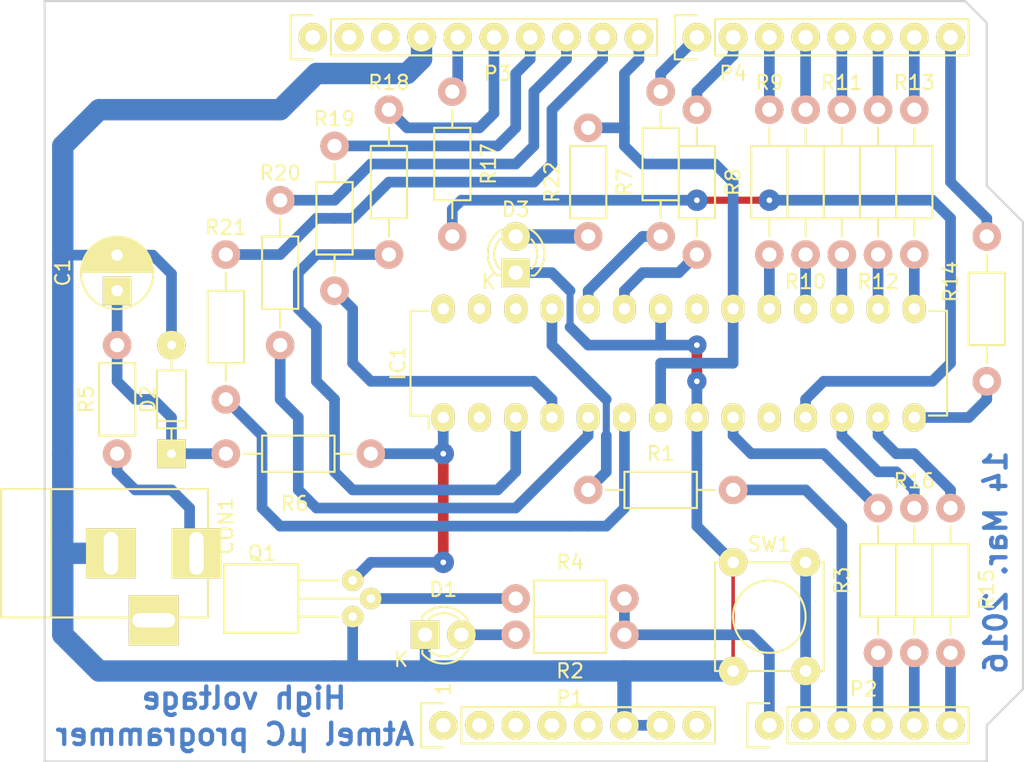
<source format=kicad_pcb>

(kicad_pcb
  (version 20171130)
  (host pcbnew "(5.1.12)-1")
  (general
    (thickness 1.6)
    (drawings 26)
    (tracks 222)
    (zones 0)
    (modules 34)
    (nets 45))
  (page A4)
  (title_block
    (title "AVR Fuse Rescue Shield for Arduino")
    (date 2016-03-14)
    (rev 1.0)
    (comment 1 "Based on Arduino-based AVR High Voltage Programmer by Jeff Keyzer (‎@mightyohm)."))
  (layers
    (0 F.Cu signal)
    (31 B.Cu signal)
    (32 B.Adhes user hide)
    (33 F.Adhes user hide)
    (34 B.Paste user hide)
    (35 F.Paste user hide)
    (36 B.SilkS user hide)
    (37 F.SilkS user hide)
    (38 B.Mask user hide)
    (39 F.Mask user hide)
    (40 Dwgs.User user hide)
    (41 Cmts.User user hide)
    (42 Eco1.User user hide)
    (43 Eco2.User user hide)
    (44 Edge.Cuts user)
    (45 Margin user hide)
    (46 B.CrtYd user hide)
    (47 F.CrtYd user hide)
    (48 B.Fab user hide)
    (49 F.Fab user hide))
  (setup
    (last_trace_width 0.25)
    (user_trace_width 0.5)
    (user_trace_width 0.75)
    (user_trace_width 1)
    (user_trace_width 1.5)
    (trace_clearance 0.2)
    (zone_clearance 0.508)
    (zone_45_only no)
    (trace_min 0.2)
    (via_size 0.6)
    (via_drill 0.4)
    (via_min_size 0.4)
    (via_min_drill 0.3)
    (user_via 1 0.4)
    (user_via 1.2 0.4)
    (user_via 1.35 0.4)
    (user_via 1.5 0.4)
    (uvia_size 0.3)
    (uvia_drill 0.1)
    (uvias_allowed no)
    (uvia_min_size 0.2)
    (uvia_min_drill 0.1)
    (edge_width 0.15)
    (segment_width 0.15)
    (pcb_text_width 0.3)
    (pcb_text_size 1.5 1.5)
    (mod_edge_width 0.15)
    (mod_text_size 1 1)
    (mod_text_width 0.15)
    (pad_size 1.5 1.5)
    (pad_drill 0.6)
    (pad_to_mask_clearance 0)
    (aux_axis_origin 110.998 126.365)
    (grid_origin 110.998 126.365)
    (visible_elements 7FFFFFFF)
    (pcbplotparams
      (layerselection 0x01000_80000000)
      (usegerberextensions false)
      (usegerberattributes true)
      (usegerberadvancedattributes true)
      (creategerberjobfile true)
      (excludeedgelayer false)
      (linewidth 0.1)
      (plotframeref false)
      (viasonmask false)
      (mode 1)
      (useauxorigin false)
      (hpglpennumber 1)
      (hpglpenspeed 20)
      (hpglpendiameter 15.0)
      (psnegative false)
      (psa4output false)
      (plotreference true)
      (plotvalue true)
      (plotinvisibletext false)
      (padsonsilk true)
      (subtractmaskfromsilk false)
      (outputformat 5)
      (mirror false)
      (drillshape 1)
      (scaleselection 1)
      (outputdirectory "")))
  (net 0 "")
  (net 1 /A0)
  (net 2 /A1)
  (net 3 /A2)
  (net 4 /A3)
  (net 5 "/A4(SDA)")
  (net 6 "/A5(SCL)")
  (net 7 "/9(**)")
  (net 8 /8)
  (net 9 /7)
  (net 10 "/6(**)")
  (net 11 "/5(**)")
  (net 12 /4)
  (net 13 "/3(**)")
  (net 14 /2)
  (net 15 "/1(Tx)")
  (net 16 "/0(Rx)")
  (net 17 "/13(SCK)")
  (net 18 "/10(**/SS)")
  (net 19 "/12(MISO)")
  (net 20 "/11(**/MOSI)")
  (net 21 "Net-(C1-Pad1)")
  (net 22 GNDREF)
  (net 23 "Net-(CON1-Pad1)")
  (net 24 "Net-(D1-Pad2)")
  (net 25 "Net-(D3-Pad2)")
  (net 26 "Net-(IC1-Pad1)")
  (net 27 "Net-(IC1-Pad3)")
  (net 28 "Net-(IC1-Pad4)")
  (net 29 "Net-(IC1-Pad5)")
  (net 30 "Net-(IC1-Pad6)")
  (net 31 "Net-(IC1-Pad9)")
  (net 32 "Net-(IC1-Pad11)")
  (net 33 "Net-(IC1-Pad12)")
  (net 34 "Net-(IC1-Pad13)")
  (net 35 "Net-(IC1-Pad14)")
  (net 36 "Net-(IC1-Pad15)")
  (net 37 "Net-(IC1-Pad16)")
  (net 38 "Net-(IC1-Pad17)")
  (net 39 "Net-(IC1-Pad18)")
  (net 40 "Net-(IC1-Pad19)")
  (net 41 "Net-(IC1-Pad23)")
  (net 42 "Net-(IC1-Pad24)")
  (net 43 "Net-(IC1-Pad25)")
  (net 44 "Net-(Q1-Pad2)")
  (net_class Default "This is the default net class."
    (clearance 0.2)
    (trace_width 0.25)
    (via_dia 0.6)
    (via_drill 0.4)
    (uvia_dia 0.3)
    (uvia_drill 0.1)
    (add_net "/0(Rx)")
    (add_net "/1(Tx)")
    (add_net "/10(**/SS)")
    (add_net "/11(**/MOSI)")
    (add_net "/12(MISO)")
    (add_net "/13(SCK)")
    (add_net /2)
    (add_net "/3(**)")
    (add_net /4)
    (add_net "/5(**)")
    (add_net "/6(**)")
    (add_net /7)
    (add_net /8)
    (add_net "/9(**)")
    (add_net /A0)
    (add_net /A1)
    (add_net /A2)
    (add_net /A3)
    (add_net "/A4(SDA)")
    (add_net "/A5(SCL)")
    (add_net GNDREF)
    (add_net "Net-(C1-Pad1)")
    (add_net "Net-(CON1-Pad1)")
    (add_net "Net-(D1-Pad2)")
    (add_net "Net-(D3-Pad2)")
    (add_net "Net-(IC1-Pad1)")
    (add_net "Net-(IC1-Pad11)")
    (add_net "Net-(IC1-Pad12)")
    (add_net "Net-(IC1-Pad13)")
    (add_net "Net-(IC1-Pad14)")
    (add_net "Net-(IC1-Pad15)")
    (add_net "Net-(IC1-Pad16)")
    (add_net "Net-(IC1-Pad17)")
    (add_net "Net-(IC1-Pad18)")
    (add_net "Net-(IC1-Pad19)")
    (add_net "Net-(IC1-Pad23)")
    (add_net "Net-(IC1-Pad24)")
    (add_net "Net-(IC1-Pad25)")
    (add_net "Net-(IC1-Pad3)")
    (add_net "Net-(IC1-Pad4)")
    (add_net "Net-(IC1-Pad5)")
    (add_net "Net-(IC1-Pad6)")
    (add_net "Net-(IC1-Pad9)")
    (add_net "Net-(Q1-Pad2)"))
  (module Resistors_ThroughHole:Resistor_Horizontal_RM10mm placed
    (layer F.Cu)
    (tedit 56EC71CB)
    (tstamp 56E2FBDD)
    (at 177.038 99.695 90)
    (descr "Resistor, Axial,  RM 10mm, 1/3W")
    (tags "Resistor Axial RM 10mm 1/3W")
    (path /56E4D8F2)
    (fp_text reference R14
      (at 6.985 -2.54 90)
      (layer F.SilkS)
      (effects
        (font
          (size 1 1)
          (thickness 0.15))))
    (fp_text value 1K
      (at 5.08 0 90)
      (layer F.Fab)
      (effects
        (font
          (size 1 1)
          (thickness 0.15))))
    (fp_line
      (start 7.62 0)
      (end 8.89 0)
      (layer F.SilkS)
      (width 0.15))
    (fp_line
      (start 2.54 0)
      (end 1.27 0)
      (layer F.SilkS)
      (width 0.15))
    (fp_line
      (start 2.54 1.27)
      (end 2.54 -1.27)
      (layer F.SilkS)
      (width 0.15))
    (fp_line
      (start 7.62 1.27)
      (end 2.54 1.27)
      (layer F.SilkS)
      (width 0.15))
    (fp_line
      (start 7.62 -1.27)
      (end 7.62 1.27)
      (layer F.SilkS)
      (width 0.15))
    (fp_line
      (start 2.54 -1.27)
      (end 7.62 -1.27)
      (layer F.SilkS)
      (width 0.15))
    (fp_line
      (start -1.25 1.5)
      (end 11.4 1.5)
      (layer F.CrtYd)
      (width 0.05))
    (fp_line
      (start 11.4 -1.5)
      (end 11.4 1.5)
      (layer F.CrtYd)
      (width 0.05))
    (fp_line
      (start -1.25 1.5)
      (end -1.25 -1.5)
      (layer F.CrtYd)
      (width 0.05))
    (fp_line
      (start -1.25 -1.5)
      (end 11.4 -1.5)
      (layer F.CrtYd)
      (width 0.05))
    (pad 1 thru_hole circle
      (at 0 0 90)
      (size 1.99898 1.99898)
      (drill 1.00076)
      (layers *.Cu *.SilkS *.Mask)
      (net 35 "Net-(IC1-Pad14)"))
    (pad 2 thru_hole circle
      (at 10.16 0 90)
      (size 1.99898 1.99898)
      (drill 1.00076)
      (layers *.Cu *.SilkS *.Mask)
      (net 16 "/0(Rx)"))
    (model Resistors_ThroughHole.3dshapes/Resistor_Horizontal_RM10mm.wrl
      (offset
        (xyz 5.079999923706055 0 0))
      (scale
        (xyz 0.4 0.4 0.4))
      (rotate
        (xyz 0 0 0))))
  (module Socket_Arduino_Uno:Socket_Strip_Arduino_1x08 locked
    (layer F.Cu)
    (tedit 56E6E358)
    (tstamp 551AF9EA)
    (at 138.938 123.825)
    (descr "Through hole socket strip")
    (tags "socket strip")
    (path /5517C2C1)
    (fp_text reference P1
      (at 8.89 -1.905)
      (layer F.SilkS)
      (effects
        (font
          (size 1 1)
          (thickness 0.15))))
    (fp_text value Power
      (at 8.89 -4.064)
      (layer F.Fab)
      (effects
        (font
          (size 1 1)
          (thickness 0.15))))
    (fp_line
      (start -1.55 -1.55)
      (end -1.55 1.55)
      (layer F.SilkS)
      (width 0.15))
    (fp_line
      (start 0 -1.55)
      (end -1.55 -1.55)
      (layer F.SilkS)
      (width 0.15))
    (fp_line
      (start 1.27 1.27)
      (end 1.27 -1.27)
      (layer F.SilkS)
      (width 0.15))
    (fp_line
      (start -1.55 1.55)
      (end 0 1.55)
      (layer F.SilkS)
      (width 0.15))
    (fp_line
      (start 19.05 -1.27)
      (end 1.27 -1.27)
      (layer F.SilkS)
      (width 0.15))
    (fp_line
      (start 19.05 1.27)
      (end 19.05 -1.27)
      (layer F.SilkS)
      (width 0.15))
    (fp_line
      (start 1.27 1.27)
      (end 19.05 1.27)
      (layer F.SilkS)
      (width 0.15))
    (fp_line
      (start -1.75 1.75)
      (end 19.55 1.75)
      (layer F.CrtYd)
      (width 0.05))
    (fp_line
      (start -1.75 -1.75)
      (end 19.55 -1.75)
      (layer F.CrtYd)
      (width 0.05))
    (fp_line
      (start 19.55 -1.75)
      (end 19.55 1.75)
      (layer F.CrtYd)
      (width 0.05))
    (fp_line
      (start -1.75 -1.75)
      (end -1.75 1.75)
      (layer F.CrtYd)
      (width 0.05))
    (pad 1 thru_hole oval
      (at 0 0)
      (size 2 2)
      (drill 1.016)
      (layers *.Cu *.Mask F.SilkS))
    (pad 2 thru_hole oval
      (at 2.54 0)
      (size 2 2)
      (drill 1.016)
      (layers *.Cu *.Mask F.SilkS))
    (pad 3 thru_hole oval
      (at 5.08 0)
      (size 2 2)
      (drill 1.016)
      (layers *.Cu *.Mask F.SilkS))
    (pad 4 thru_hole oval
      (at 7.62 0)
      (size 2 2)
      (drill 1.016)
      (layers *.Cu *.Mask F.SilkS))
    (pad 5 thru_hole oval
      (at 10.16 0)
      (size 2 2)
      (drill 1.016)
      (layers *.Cu *.Mask F.SilkS))
    (pad 6 thru_hole oval
      (at 12.7 0)
      (size 2 2)
      (drill 1.016)
      (layers *.Cu *.Mask F.SilkS)
      (net 22 GNDREF))
    (pad 7 thru_hole oval
      (at 15.24 0)
      (size 2 2)
      (drill 1.016)
      (layers *.Cu *.Mask F.SilkS)
      (net 22 GNDREF))
    (pad 8 thru_hole oval
      (at 17.78 0)
      (size 2 2)
      (drill 1.016)
      (layers *.Cu *.Mask F.SilkS))
    (model ${KIPRJMOD}/Socket_Arduino_Uno.3dshapes/Socket_header_Arduino_1x08.wrl
      (offset
        (xyz 8.889999866485596 0 0))
      (scale
        (xyz 1 1 1))
      (rotate
        (xyz 0 0 180))))
  (module Socket_Arduino_Uno:Socket_Strip_Arduino_1x06 locked
    (layer F.Cu)
    (tedit 56E6E391)
    (tstamp 551AF9FF)
    (at 161.798 123.825)
    (descr "Through hole socket strip")
    (tags "socket strip")
    (path /5517C323)
    (fp_text reference P2
      (at 6.604 -2.54)
      (layer F.SilkS)
      (effects
        (font
          (size 1 1)
          (thickness 0.15))))
    (fp_text value Analog
      (at 6.604 -4.064)
      (layer F.Fab)
      (effects
        (font
          (size 1 1)
          (thickness 0.15))))
    (fp_line
      (start -1.55 -1.55)
      (end -1.55 1.55)
      (layer F.SilkS)
      (width 0.15))
    (fp_line
      (start 0 -1.55)
      (end -1.55 -1.55)
      (layer F.SilkS)
      (width 0.15))
    (fp_line
      (start 1.27 1.27)
      (end 1.27 -1.27)
      (layer F.SilkS)
      (width 0.15))
    (fp_line
      (start -1.55 1.55)
      (end 0 1.55)
      (layer F.SilkS)
      (width 0.15))
    (fp_line
      (start 13.97 -1.27)
      (end 1.27 -1.27)
      (layer F.SilkS)
      (width 0.15))
    (fp_line
      (start 13.97 1.27)
      (end 13.97 -1.27)
      (layer F.SilkS)
      (width 0.15))
    (fp_line
      (start 1.27 1.27)
      (end 13.97 1.27)
      (layer F.SilkS)
      (width 0.15))
    (fp_line
      (start -1.75 1.75)
      (end 14.45 1.75)
      (layer F.CrtYd)
      (width 0.05))
    (fp_line
      (start -1.75 -1.75)
      (end 14.45 -1.75)
      (layer F.CrtYd)
      (width 0.05))
    (fp_line
      (start 14.45 -1.75)
      (end 14.45 1.75)
      (layer F.CrtYd)
      (width 0.05))
    (fp_line
      (start -1.75 -1.75)
      (end -1.75 1.75)
      (layer F.CrtYd)
      (width 0.05))
    (pad 1 thru_hole oval
      (at 0 0)
      (size 2 2)
      (drill 1.016)
      (layers *.Cu *.Mask F.SilkS)
      (net 1 /A0))
    (pad 2 thru_hole oval
      (at 2.54 0)
      (size 2 2)
      (drill 1.016)
      (layers *.Cu *.Mask F.SilkS)
      (net 2 /A1))
    (pad 3 thru_hole oval
      (at 5.08 0)
      (size 2 2)
      (drill 1.016)
      (layers *.Cu *.Mask F.SilkS)
      (net 3 /A2))
    (pad 4 thru_hole oval
      (at 7.62 0)
      (size 2 2)
      (drill 1.016)
      (layers *.Cu *.Mask F.SilkS)
      (net 4 /A3))
    (pad 5 thru_hole oval
      (at 10.16 0)
      (size 2 2)
      (drill 1.016)
      (layers *.Cu *.Mask F.SilkS)
      (net 5 "/A4(SDA)"))
    (pad 6 thru_hole oval
      (at 12.7 0)
      (size 2 2)
      (drill 1.016)
      (layers *.Cu *.Mask F.SilkS)
      (net 6 "/A5(SCL)"))
    (model ${KIPRJMOD}/Socket_Arduino_Uno.3dshapes/Socket_header_Arduino_1x06.wrl
      (offset
        (xyz 6.349999904632568 0 0))
      (scale
        (xyz 1 1 1))
      (rotate
        (xyz 0 0 180))))
  (module Socket_Arduino_Uno:Socket_Strip_Arduino_1x10 locked
    (layer F.Cu)
    (tedit 56E6E2F2)
    (tstamp 551AFA18)
    (at 129.794 75.565)
    (descr "Through hole socket strip")
    (tags "socket strip")
    (path /5517C46C)
    (fp_text reference P3
      (at 12.954 2.54)
      (layer F.SilkS)
      (effects
        (font
          (size 1 1)
          (thickness 0.15))))
    (fp_text value Digital
      (at 11.43 4.318)
      (layer F.Fab)
      (effects
        (font
          (size 1 1)
          (thickness 0.15))))
    (fp_line
      (start -1.55 -1.55)
      (end -1.55 1.55)
      (layer F.SilkS)
      (width 0.15))
    (fp_line
      (start 0 -1.55)
      (end -1.55 -1.55)
      (layer F.SilkS)
      (width 0.15))
    (fp_line
      (start 1.27 1.27)
      (end 1.27 -1.27)
      (layer F.SilkS)
      (width 0.15))
    (fp_line
      (start -1.55 1.55)
      (end 0 1.55)
      (layer F.SilkS)
      (width 0.15))
    (fp_line
      (start 24.13 -1.27)
      (end 1.27 -1.27)
      (layer F.SilkS)
      (width 0.15))
    (fp_line
      (start 24.13 1.27)
      (end 24.13 -1.27)
      (layer F.SilkS)
      (width 0.15))
    (fp_line
      (start 1.27 1.27)
      (end 24.13 1.27)
      (layer F.SilkS)
      (width 0.15))
    (fp_line
      (start -1.75 1.75)
      (end 24.65 1.75)
      (layer F.CrtYd)
      (width 0.05))
    (fp_line
      (start -1.75 -1.75)
      (end 24.65 -1.75)
      (layer F.CrtYd)
      (width 0.05))
    (fp_line
      (start 24.65 -1.75)
      (end 24.65 1.75)
      (layer F.CrtYd)
      (width 0.05))
    (fp_line
      (start -1.75 -1.75)
      (end -1.75 1.75)
      (layer F.CrtYd)
      (width 0.05))
    (pad 1 thru_hole oval
      (at 0 0)
      (size 2 2)
      (drill 1.016)
      (layers *.Cu *.Mask F.SilkS))
    (pad 2 thru_hole oval
      (at 2.54 0)
      (size 2 2)
      (drill 1.016)
      (layers *.Cu *.Mask F.SilkS))
    (pad 3 thru_hole oval
      (at 5.08 0)
      (size 2 2)
      (drill 1.016)
      (layers *.Cu *.Mask F.SilkS))
    (pad 4 thru_hole oval
      (at 7.62 0)
      (size 2 2)
      (drill 1.016)
      (layers *.Cu *.Mask F.SilkS)
      (net 22 GNDREF))
    (pad 5 thru_hole oval
      (at 10.16 0)
      (size 2 2)
      (drill 1.016)
      (layers *.Cu *.Mask F.SilkS)
      (net 17 "/13(SCK)"))
    (pad 6 thru_hole oval
      (at 12.7 0)
      (size 2 2)
      (drill 1.016)
      (layers *.Cu *.Mask F.SilkS)
      (net 19 "/12(MISO)"))
    (pad 7 thru_hole oval
      (at 15.24 0)
      (size 2 2)
      (drill 1.016)
      (layers *.Cu *.Mask F.SilkS)
      (net 20 "/11(**/MOSI)"))
    (pad 8 thru_hole oval
      (at 17.78 0)
      (size 2 2)
      (drill 1.016)
      (layers *.Cu *.Mask F.SilkS)
      (net 18 "/10(**/SS)"))
    (pad 9 thru_hole oval
      (at 20.32 0)
      (size 2 2)
      (drill 1.016)
      (layers *.Cu *.Mask F.SilkS)
      (net 7 "/9(**)"))
    (pad 10 thru_hole oval
      (at 22.86 0)
      (size 2 2)
      (drill 1.016)
      (layers *.Cu *.Mask F.SilkS)
      (net 8 /8))
    (model ${KIPRJMOD}/Socket_Arduino_Uno.3dshapes/Socket_header_Arduino_1x10.wrl
      (offset
        (xyz 11.42999982833862 0 0))
      (scale
        (xyz 1 1 1))
      (rotate
        (xyz 0 0 180))))
  (module Socket_Arduino_Uno:Socket_Strip_Arduino_1x08 locked
    (layer F.Cu)
    (tedit 56E6E319)
    (tstamp 551AFA2F)
    (at 156.718 75.565)
    (descr "Through hole socket strip")
    (tags "socket strip")
    (path /5517C366)
    (fp_text reference P4
      (at 2.54 2.54)
      (layer F.SilkS)
      (effects
        (font
          (size 1 1)
          (thickness 0.15))))
    (fp_text value Digital
      (at 8.89 4.318)
      (layer F.Fab)
      (effects
        (font
          (size 1 1)
          (thickness 0.15))))
    (fp_line
      (start -1.55 -1.55)
      (end -1.55 1.55)
      (layer F.SilkS)
      (width 0.15))
    (fp_line
      (start 0 -1.55)
      (end -1.55 -1.55)
      (layer F.SilkS)
      (width 0.15))
    (fp_line
      (start 1.27 1.27)
      (end 1.27 -1.27)
      (layer F.SilkS)
      (width 0.15))
    (fp_line
      (start -1.55 1.55)
      (end 0 1.55)
      (layer F.SilkS)
      (width 0.15))
    (fp_line
      (start 19.05 -1.27)
      (end 1.27 -1.27)
      (layer F.SilkS)
      (width 0.15))
    (fp_line
      (start 19.05 1.27)
      (end 19.05 -1.27)
      (layer F.SilkS)
      (width 0.15))
    (fp_line
      (start 1.27 1.27)
      (end 19.05 1.27)
      (layer F.SilkS)
      (width 0.15))
    (fp_line
      (start -1.75 1.75)
      (end 19.55 1.75)
      (layer F.CrtYd)
      (width 0.05))
    (fp_line
      (start -1.75 -1.75)
      (end 19.55 -1.75)
      (layer F.CrtYd)
      (width 0.05))
    (fp_line
      (start 19.55 -1.75)
      (end 19.55 1.75)
      (layer F.CrtYd)
      (width 0.05))
    (fp_line
      (start -1.75 -1.75)
      (end -1.75 1.75)
      (layer F.CrtYd)
      (width 0.05))
    (pad 1 thru_hole oval
      (at 0 0)
      (size 2 2)
      (drill 1.016)
      (layers *.Cu *.Mask F.SilkS)
      (net 9 /7))
    (pad 2 thru_hole oval
      (at 2.54 0)
      (size 2 2)
      (drill 1.016)
      (layers *.Cu *.Mask F.SilkS)
      (net 10 "/6(**)"))
    (pad 3 thru_hole oval
      (at 5.08 0)
      (size 2 2)
      (drill 1.016)
      (layers *.Cu *.Mask F.SilkS)
      (net 11 "/5(**)"))
    (pad 4 thru_hole oval
      (at 7.62 0)
      (size 2 2)
      (drill 1.016)
      (layers *.Cu *.Mask F.SilkS)
      (net 12 /4))
    (pad 5 thru_hole oval
      (at 10.16 0)
      (size 2 2)
      (drill 1.016)
      (layers *.Cu *.Mask F.SilkS)
      (net 13 "/3(**)"))
    (pad 6 thru_hole oval
      (at 12.7 0)
      (size 2 2)
      (drill 1.016)
      (layers *.Cu *.Mask F.SilkS)
      (net 14 /2))
    (pad 7 thru_hole oval
      (at 15.24 0)
      (size 2 2)
      (drill 1.016)
      (layers *.Cu *.Mask F.SilkS)
      (net 15 "/1(Tx)"))
    (pad 8 thru_hole oval
      (at 17.78 0)
      (size 2 2)
      (drill 1.016)
      (layers *.Cu *.Mask F.SilkS)
      (net 16 "/0(Rx)"))
    (model ${KIPRJMOD}/Socket_Arduino_Uno.3dshapes/Socket_header_Arduino_1x08.wrl
      (offset
        (xyz 8.889999866485596 0 0))
      (scale
        (xyz 1 1 1))
      (rotate
        (xyz 0 0 180))))
  (module Capacitors_ThroughHole:C_Radial_D5_L6_P2.5 placed
    (layer F.Cu)
    (tedit 56E6E17D)
    (tstamp 56E2FB49)
    (at 116.078 93.345 90)
    (descr "Radial Electrolytic Capacitor Diameter 5mm x Length 6mm, Pitch 2.5mm")
    (tags "Electrolytic Capacitor")
    (path /56E3244B)
    (fp_text reference C1
      (at 1.27 -3.81 270)
      (layer F.SilkS)
      (effects
        (font
          (size 1 1)
          (thickness 0.15))))
    (fp_text value 10uF
      (at 1.25 3.8 90)
      (layer F.Fab)
      (effects
        (font
          (size 1 1)
          (thickness 0.15))))
    (fp_circle
      (center 1.25 0)
      (end 1.25 -2.8)
      (layer F.CrtYd)
      (width 0.05))
    (fp_circle
      (center 1.25 0)
      (end 1.25 -2.5375)
      (layer F.SilkS)
      (width 0.15))
    (fp_circle
      (center 2.5 0)
      (end 2.5 -0.9)
      (layer F.SilkS)
      (width 0.15))
    (fp_line
      (start 3.705 -0.472)
      (end 3.705 0.472)
      (layer F.SilkS)
      (width 0.15))
    (fp_line
      (start 3.565 -0.944)
      (end 3.565 0.944)
      (layer F.SilkS)
      (width 0.15))
    (fp_line
      (start 3.425 -1.233)
      (end 3.425 1.233)
      (layer F.SilkS)
      (width 0.15))
    (fp_line
      (start 3.285 0.44)
      (end 3.285 1.452)
      (layer F.SilkS)
      (width 0.15))
    (fp_line
      (start 3.285 -1.452)
      (end 3.285 -0.44)
      (layer F.SilkS)
      (width 0.15))
    (fp_line
      (start 3.145 0.628)
      (end 3.145 1.631)
      (layer F.SilkS)
      (width 0.15))
    (fp_line
      (start 3.145 -1.631)
      (end 3.145 -0.628)
      (layer F.SilkS)
      (width 0.15))
    (fp_line
      (start 3.005 0.745)
      (end 3.005 1.78)
      (layer F.SilkS)
      (width 0.15))
    (fp_line
      (start 3.005 -1.78)
      (end 3.005 -0.745)
      (layer F.SilkS)
      (width 0.15))
    (fp_line
      (start 2.865 0.823)
      (end 2.865 1.908)
      (layer F.SilkS)
      (width 0.15))
    (fp_line
      (start 2.865 -1.908)
      (end 2.865 -0.823)
      (layer F.SilkS)
      (width 0.15))
    (fp_line
      (start 2.725 0.871)
      (end 2.725 2.019)
      (layer F.SilkS)
      (width 0.15))
    (fp_line
      (start 2.725 -2.019)
      (end 2.725 -0.871)
      (layer F.SilkS)
      (width 0.15))
    (fp_line
      (start 2.585 0.896)
      (end 2.585 2.114)
      (layer F.SilkS)
      (width 0.15))
    (fp_line
      (start 2.585 -2.114)
      (end 2.585 -0.896)
      (layer F.SilkS)
      (width 0.15))
    (fp_line
      (start 2.445 0.898)
      (end 2.445 2.196)
      (layer F.SilkS)
      (width 0.15))
    (fp_line
      (start 2.445 -2.196)
      (end 2.445 -0.898)
      (layer F.SilkS)
      (width 0.15))
    (fp_line
      (start 2.305 0.879)
      (end 2.305 2.266)
      (layer F.SilkS)
      (width 0.15))
    (fp_line
      (start 2.305 -2.266)
      (end 2.305 -0.879)
      (layer F.SilkS)
      (width 0.15))
    (fp_line
      (start 2.165 0.835)
      (end 2.165 2.327)
      (layer F.SilkS)
      (width 0.15))
    (fp_line
      (start 2.165 -2.327)
      (end 2.165 -0.835)
      (layer F.SilkS)
      (width 0.15))
    (fp_line
      (start 2.025 0.764)
      (end 2.025 2.377)
      (layer F.SilkS)
      (width 0.15))
    (fp_line
      (start 2.025 -2.377)
      (end 2.025 -0.764)
      (layer F.SilkS)
      (width 0.15))
    (fp_line
      (start 1.885 0.657)
      (end 1.885 2.418)
      (layer F.SilkS)
      (width 0.15))
    (fp_line
      (start 1.885 -2.418)
      (end 1.885 -0.657)
      (layer F.SilkS)
      (width 0.15))
    (fp_line
      (start 1.745 0.49)
      (end 1.745 2.451)
      (layer F.SilkS)
      (width 0.15))
    (fp_line
      (start 1.745 -2.451)
      (end 1.745 -0.49)
      (layer F.SilkS)
      (width 0.15))
    (fp_line
      (start 1.605 0.095)
      (end 1.605 2.475)
      (layer F.SilkS)
      (width 0.15))
    (fp_line
      (start 1.605 -2.475)
      (end 1.605 -0.095)
      (layer F.SilkS)
      (width 0.15))
    (fp_line
      (start 1.465 -2.491)
      (end 1.465 2.491)
      (layer F.SilkS)
      (width 0.15))
    (fp_line
      (start 1.325 -2.499)
      (end 1.325 2.499)
      (layer F.SilkS)
      (width 0.15))
    (pad 1 thru_hole rect
      (at 0 0 90)
      (size 2 2)
      (drill 0.8)
      (layers *.Cu *.Mask F.SilkS)
      (net 21 "Net-(C1-Pad1)"))
    (pad 2 thru_hole circle
      (at 2.5 0 90)
      (size 2 2)
      (drill 0.8)
      (layers *.Cu *.Mask F.SilkS)
      (net 22 GNDREF))
    (model Capacitors_ThroughHole.3dshapes/C_Radial_D5_L6_P2.5.wrl
      (offset
        (xyz 1.250000021226883 0 0))
      (scale
        (xyz 1 1 1))
      (rotate
        (xyz 0 0 90))))
  (module Connect:BARREL_JACK placed
    (layer F.Cu)
    (tedit 56E6DE08)
    (tstamp 56E2FB50)
    (at 115.443 111.76)
    (descr "DC Barrel Jack")
    (tags "Power Jack")
    (path /56E32761)
    (fp_text reference CON1
      (at 8.255 -1.905 90)
      (layer F.SilkS)
      (effects
        (font
          (size 1 1)
          (thickness 0.15))))
    (fp_text value BARREL_JACK
      (at 0 -5.99948)
      (layer F.Fab)
      (effects
        (font
          (size 1 1)
          (thickness 0.15))))
    (fp_line
      (start 7.00024 -4.50088)
      (end -7.50062 -4.50088)
      (layer F.SilkS)
      (width 0.15))
    (fp_line
      (start 7.00024 4.50088)
      (end 7.00024 -4.50088)
      (layer F.SilkS)
      (width 0.15))
    (fp_line
      (start -7.50062 4.50088)
      (end 7.00024 4.50088)
      (layer F.SilkS)
      (width 0.15))
    (fp_line
      (start -7.50062 -4.50088)
      (end -7.50062 4.50088)
      (layer F.SilkS)
      (width 0.15))
    (fp_line
      (start -4.0005 -4.50088)
      (end -4.0005 4.50088)
      (layer F.SilkS)
      (width 0.15))
    (pad 1 thru_hole rect
      (at 6.20014 0)
      (size 3.50012 3.50012)
      (drill oval 1.00076 2.99974)
      (layers *.Cu *.Mask F.SilkS)
      (net 23 "Net-(CON1-Pad1)"))
    (pad 2 thru_hole rect
      (at 0.20066 0)
      (size 3.50012 3.50012)
      (drill oval 1.00076 2.99974)
      (layers *.Cu *.Mask F.SilkS)
      (net 22 GNDREF))
    (pad 3 thru_hole rect
      (at 3.2004 4.699)
      (size 3.50012 3.50012)
      (drill oval 2.99974 1.00076)
      (layers *.Cu *.Mask F.SilkS)))
  (module LEDs:LED-3MM placed
    (layer F.Cu)
    (tedit 56E5D503)
    (tstamp 56E2FB56)
    (at 137.668 117.475)
    (descr "LED 3mm round vertical")
    (tags "LED  3mm round vertical")
    (path /56E37322)
    (fp_text reference D1
      (at 1.27 -3.175)
      (layer F.SilkS)
      (effects
        (font
          (size 1 1)
          (thickness 0.15))))
    (fp_text value LED
      (at 1.3 -2.9)
      (layer F.Fab)
      (effects
        (font
          (size 1 1)
          (thickness 0.15))))
    (fp_text user K
      (at -1.69 1.74)
      (layer F.SilkS)
      (effects
        (font
          (size 1 1)
          (thickness 0.15))))
    (fp_line
      (start -0.199 -1.28)
      (end -0.199 -1.1)
      (layer F.SilkS)
      (width 0.15))
    (fp_line
      (start -0.199 1.314)
      (end -0.199 1.114)
      (layer F.SilkS)
      (width 0.15))
    (fp_line
      (start -1.2 -2.2)
      (end -1.2 2.3)
      (layer F.CrtYd)
      (width 0.05))
    (fp_line
      (start 3.8 -2.2)
      (end -1.2 -2.2)
      (layer F.CrtYd)
      (width 0.05))
    (fp_line
      (start 3.8 2.3)
      (end 3.8 -2.2)
      (layer F.CrtYd)
      (width 0.05))
    (fp_line
      (start -1.2 2.3)
      (end 3.8 2.3)
      (layer F.CrtYd)
      (width 0.05))
    (fp_arc
      (start 1.301 0.034)
      (end -0.199 -1.286)
      (angle 108.5)
      (layer F.SilkS)
      (width 0.15))
    (fp_arc
      (start 1.301 0.034)
      (end 0.25 -1.1)
      (angle 85.7)
      (layer F.SilkS)
      (width 0.15))
    (fp_arc
      (start 1.311 0.034)
      (end 3.051 0.994)
      (angle 110)
      (layer F.SilkS)
      (width 0.15))
    (fp_arc
      (start 1.301 0.034)
      (end 2.335 1.094)
      (angle 87.5)
      (layer F.SilkS)
      (width 0.15))
    (pad 1 thru_hole rect
      (at 0 0 90)
      (size 2 2)
      (drill 1.00076)
      (layers *.Cu *.Mask F.SilkS)
      (net 22 GNDREF))
    (pad 2 thru_hole circle
      (at 2.54 0)
      (size 2 2)
      (drill 1.00076)
      (layers *.Cu *.Mask F.SilkS)
      (net 24 "Net-(D1-Pad2)"))
    (model LEDs.3dshapes/LED-3MM.wrl
      (offset
        (xyz 1.269999980926514 0 0))
      (scale
        (xyz 1 1 1))
      (rotate
        (xyz 0 0 90))))
  (module Discret:DO-35 placed
    (layer F.Cu)
    (tedit 56E6E129)
    (tstamp 56E2FB5C)
    (at 119.888 100.965 270)
    (descr "Diode 3 pas")
    (tags "DIODE DEV")
    (path /56E3251F)
    (fp_text reference D2
      (at 0 1.651 270)
      (layer F.SilkS)
      (effects
        (font
          (size 1 1)
          (thickness 0.15))))
    (fp_text value 12V
      (at 0 0 270)
      (layer F.Fab)
      (effects
        (font
          (size 1 1)
          (thickness 0.15))))
    (fp_line
      (start 2.032 -1.016)
      (end -2.032 -1.016)
      (layer F.SilkS)
      (width 0.15))
    (fp_line
      (start 2.032 1.016)
      (end 2.032 -1.016)
      (layer F.SilkS)
      (width 0.15))
    (fp_line
      (start -2.032 1.016)
      (end 2.032 1.016)
      (layer F.SilkS)
      (width 0.15))
    (fp_line
      (start -2.032 -1.016)
      (end -2.032 1.016)
      (layer F.SilkS)
      (width 0.15))
    (fp_line
      (start 1.524 -1.016)
      (end 1.524 1.016)
      (layer F.SilkS)
      (width 0.15))
    (fp_line
      (start -2.032 0)
      (end -3.81 0)
      (layer F.SilkS)
      (width 0.15))
    (fp_line
      (start 2.032 0)
      (end 3.81 0)
      (layer F.SilkS)
      (width 0.15))
    (pad 1 thru_hole rect
      (at 3.81 0 270)
      (size 2 2)
      (drill 0.6096)
      (layers *.Cu *.Mask F.SilkS)
      (net 21 "Net-(C1-Pad1)"))
    (pad 2 thru_hole circle
      (at -3.81 0 270)
      (size 2 2)
      (drill 0.6096)
      (layers *.Cu *.Mask F.SilkS)
      (net 22 GNDREF))
    (model Discret.3dshapes/DO-35.wrl
      (at
        (xyz 0 0 0))
      (scale
        (xyz 0.3 0.3 0.3))
      (rotate
        (xyz 0 0 0))))
  (module LEDs:LED-3MM placed
    (layer F.Cu)
    (tedit 56E5D5D2)
    (tstamp 56E2FB62)
    (at 144.018 92.075 90)
    (descr "LED 3mm round vertical")
    (tags "LED  3mm round vertical")
    (path /56E373EF)
    (fp_text reference D3
      (at 4.445 0 180)
      (layer F.SilkS)
      (effects
        (font
          (size 1 1)
          (thickness 0.15))))
    (fp_text value LED
      (at 1.3 -2.9 90)
      (layer F.Fab)
      (effects
        (font
          (size 1 1)
          (thickness 0.15))))
    (fp_text user K
      (at -0.635 -1.905 180)
      (layer F.SilkS)
      (effects
        (font
          (size 1 1)
          (thickness 0.15))))
    (fp_line
      (start -0.199 -1.28)
      (end -0.199 -1.1)
      (layer F.SilkS)
      (width 0.15))
    (fp_line
      (start -0.199 1.314)
      (end -0.199 1.114)
      (layer F.SilkS)
      (width 0.15))
    (fp_line
      (start -1.2 -2.2)
      (end -1.2 2.3)
      (layer F.CrtYd)
      (width 0.05))
    (fp_line
      (start 3.8 -2.2)
      (end -1.2 -2.2)
      (layer F.CrtYd)
      (width 0.05))
    (fp_line
      (start 3.8 2.3)
      (end 3.8 -2.2)
      (layer F.CrtYd)
      (width 0.05))
    (fp_line
      (start -1.2 2.3)
      (end 3.8 2.3)
      (layer F.CrtYd)
      (width 0.05))
    (fp_arc
      (start 1.301 0.034)
      (end -0.199 -1.286)
      (angle 108.5)
      (layer F.SilkS)
      (width 0.15))
    (fp_arc
      (start 1.301 0.034)
      (end 0.25 -1.1)
      (angle 85.7)
      (layer F.SilkS)
      (width 0.15))
    (fp_arc
      (start 1.311 0.034)
      (end 3.051 0.994)
      (angle 110)
      (layer F.SilkS)
      (width 0.15))
    (fp_arc
      (start 1.301 0.034)
      (end 2.335 1.094)
      (angle 87.5)
      (layer F.SilkS)
      (width 0.15))
    (pad 1 thru_hole rect
      (at 0 0 180)
      (size 2 2)
      (drill 1.00076)
      (layers *.Cu *.Mask F.SilkS)
      (net 22 GNDREF))
    (pad 2 thru_hole circle
      (at 2.54 0 90)
      (size 2 2)
      (drill 1.00076)
      (layers *.Cu *.Mask F.SilkS)
      (net 25 "Net-(D3-Pad2)"))
    (model LEDs.3dshapes/LED-3MM.wrl
      (offset
        (xyz 1.269999980926514 0 0))
      (scale
        (xyz 1 1 1))
      (rotate
        (xyz 0 0 90))))
  (module Housings_DIP:DIP-28_W7.62mm placed
    (layer F.Cu)
    (tedit 56E6E256)
    (tstamp 56E2FB82)
    (at 138.938 102.235 90)
    (descr "28-lead dip package, row spacing 7.62 mm (300 mils)")
    (tags "dil dip 2.54 300")
    (path /56E2FFD4)
    (fp_text reference IC1
      (at 3.81 -3.175 90)
      (layer F.SilkS)
      (effects
        (font
          (size 1 1)
          (thickness 0.15))))
    (fp_text value ATMEGA328P-P
      (at 0 -3.72 90)
      (layer F.Fab)
      (effects
        (font
          (size 1 1)
          (thickness 0.15))))
    (fp_line
      (start 0.135 -1.025)
      (end -0.8 -1.025)
      (layer F.SilkS)
      (width 0.15))
    (fp_line
      (start 0.135 35.315)
      (end 7.485 35.315)
      (layer F.SilkS)
      (width 0.15))
    (fp_line
      (start 0.135 -2.295)
      (end 7.485 -2.295)
      (layer F.SilkS)
      (width 0.15))
    (fp_line
      (start 0.135 35.315)
      (end 0.135 34.045)
      (layer F.SilkS)
      (width 0.15))
    (fp_line
      (start 7.485 35.315)
      (end 7.485 34.045)
      (layer F.SilkS)
      (width 0.15))
    (fp_line
      (start 7.485 -2.295)
      (end 7.485 -1.025)
      (layer F.SilkS)
      (width 0.15))
    (fp_line
      (start 0.135 -2.295)
      (end 0.135 -1.025)
      (layer F.SilkS)
      (width 0.15))
    (fp_line
      (start -1.05 35.5)
      (end 8.65 35.5)
      (layer F.CrtYd)
      (width 0.05))
    (fp_line
      (start -1.05 -2.45)
      (end 8.65 -2.45)
      (layer F.CrtYd)
      (width 0.05))
    (fp_line
      (start 8.65 -2.45)
      (end 8.65 35.5)
      (layer F.CrtYd)
      (width 0.05))
    (fp_line
      (start -1.05 -2.45)
      (end -1.05 35.5)
      (layer F.CrtYd)
      (width 0.05))
    (pad 1 thru_hole oval
      (at 0 0 90)
      (size 2 1.6)
      (drill 0.8)
      (layers *.Cu *.Mask F.SilkS)
      (net 26 "Net-(IC1-Pad1)"))
    (pad 2 thru_hole oval
      (at 0 2.54 90)
      (size 2 1.6)
      (drill 0.8)
      (layers *.Cu *.Mask F.SilkS))
    (pad 3 thru_hole oval
      (at 0 5.08 90)
      (size 2 1.6)
      (drill 0.8)
      (layers *.Cu *.Mask F.SilkS)
      (net 27 "Net-(IC1-Pad3)"))
    (pad 4 thru_hole oval
      (at 0 7.62 90)
      (size 2 1.6)
      (drill 0.8)
      (layers *.Cu *.Mask F.SilkS)
      (net 28 "Net-(IC1-Pad4)"))
    (pad 5 thru_hole oval
      (at 0 10.16 90)
      (size 2 1.6)
      (drill 0.8)
      (layers *.Cu *.Mask F.SilkS)
      (net 29 "Net-(IC1-Pad5)"))
    (pad 6 thru_hole oval
      (at 0 12.7 90)
      (size 2 1.6)
      (drill 0.8)
      (layers *.Cu *.Mask F.SilkS)
      (net 30 "Net-(IC1-Pad6)"))
    (pad 7 thru_hole oval
      (at 0 15.24 90)
      (size 2 1.6)
      (drill 0.8)
      (layers *.Cu *.Mask F.SilkS)
      (net 8 /8))
    (pad 8 thru_hole oval
      (at 0 17.78 90)
      (size 2 1.6)
      (drill 0.8)
      (layers *.Cu *.Mask F.SilkS)
      (net 22 GNDREF))
    (pad 9 thru_hole oval
      (at 0 20.32 90)
      (size 2 1.6)
      (drill 0.8)
      (layers *.Cu *.Mask F.SilkS)
      (net 31 "Net-(IC1-Pad9)"))
    (pad 10 thru_hole oval
      (at 0 22.86 90)
      (size 2 1.6)
      (drill 0.8)
      (layers *.Cu *.Mask F.SilkS))
    (pad 11 thru_hole oval
      (at 0 25.4 90)
      (size 2 1.6)
      (drill 0.8)
      (layers *.Cu *.Mask F.SilkS)
      (net 32 "Net-(IC1-Pad11)"))
    (pad 12 thru_hole oval
      (at 0 27.94 90)
      (size 2 1.6)
      (drill 0.8)
      (layers *.Cu *.Mask F.SilkS)
      (net 33 "Net-(IC1-Pad12)"))
    (pad 13 thru_hole oval
      (at 0 30.48 90)
      (size 2 1.6)
      (drill 0.8)
      (layers *.Cu *.Mask F.SilkS)
      (net 34 "Net-(IC1-Pad13)"))
    (pad 14 thru_hole oval
      (at 0 33.02 90)
      (size 2 1.6)
      (drill 0.8)
      (layers *.Cu *.Mask F.SilkS)
      (net 35 "Net-(IC1-Pad14)"))
    (pad 15 thru_hole oval
      (at 7.62 33.02 90)
      (size 2 1.6)
      (drill 0.8)
      (layers *.Cu *.Mask F.SilkS)
      (net 36 "Net-(IC1-Pad15)"))
    (pad 16 thru_hole oval
      (at 7.62 30.48 90)
      (size 2 1.6)
      (drill 0.8)
      (layers *.Cu *.Mask F.SilkS)
      (net 37 "Net-(IC1-Pad16)"))
    (pad 17 thru_hole oval
      (at 7.62 27.94 90)
      (size 2 1.6)
      (drill 0.8)
      (layers *.Cu *.Mask F.SilkS)
      (net 38 "Net-(IC1-Pad17)"))
    (pad 18 thru_hole oval
      (at 7.62 25.4 90)
      (size 2 1.6)
      (drill 0.8)
      (layers *.Cu *.Mask F.SilkS)
      (net 39 "Net-(IC1-Pad18)"))
    (pad 19 thru_hole oval
      (at 7.62 22.86 90)
      (size 2 1.6)
      (drill 0.8)
      (layers *.Cu *.Mask F.SilkS)
      (net 40 "Net-(IC1-Pad19)"))
    (pad 20 thru_hole oval
      (at 7.62 20.32 90)
      (size 2 1.6)
      (drill 0.8)
      (layers *.Cu *.Mask F.SilkS)
      (net 8 /8))
    (pad 21 thru_hole oval
      (at 7.62 17.78 90)
      (size 2 1.6)
      (drill 0.8)
      (layers *.Cu *.Mask F.SilkS))
    (pad 22 thru_hole oval
      (at 7.62 15.24 90)
      (size 2 1.6)
      (drill 0.8)
      (layers *.Cu *.Mask F.SilkS)
      (net 22 GNDREF))
    (pad 23 thru_hole oval
      (at 7.62 12.7 90)
      (size 2 1.6)
      (drill 0.8)
      (layers *.Cu *.Mask F.SilkS)
      (net 41 "Net-(IC1-Pad23)"))
    (pad 24 thru_hole oval
      (at 7.62 10.16 90)
      (size 2 1.6)
      (drill 0.8)
      (layers *.Cu *.Mask F.SilkS)
      (net 42 "Net-(IC1-Pad24)"))
    (pad 25 thru_hole oval
      (at 7.62 7.62 90)
      (size 2 1.6)
      (drill 0.8)
      (layers *.Cu *.Mask F.SilkS)
      (net 43 "Net-(IC1-Pad25)"))
    (pad 26 thru_hole oval
      (at 7.62 5.08 90)
      (size 2 1.6)
      (drill 0.8)
      (layers *.Cu *.Mask F.SilkS))
    (pad 27 thru_hole oval
      (at 7.62 2.54 90)
      (size 2 1.6)
      (drill 0.8)
      (layers *.Cu *.Mask F.SilkS))
    (pad 28 thru_hole oval
      (at 7.62 0 90)
      (size 2 1.6)
      (drill 0.8)
      (layers *.Cu *.Mask F.SilkS))
    (model Housings_DIP.3dshapes/DIP-28_W7.62mm.wrl
      (at
        (xyz 0 0 0))
      (scale
        (xyz 1 1 1))
      (rotate
        (xyz 0 0 0))))
  (module TO_SOT_Packages_THT:TO-92_Horizontal2_Molded_Narrow placed
    (layer F.Cu)
    (tedit 56E6E3FA)
    (tstamp 56E2FB89)
    (at 132.588 116.205 90)
    (descr "TO-92 horizontal, leads molded, narrow, drill 0.6mm (see NXP sot054_po.pdf)")
    (tags "to-92 sc-43 sc-43a sot54 PA33 transistor")
    (path /56E3238F)
    (fp_text reference Q1
      (at 4.445 -6.35)
      (layer F.SilkS)
      (effects
        (font
          (size 1 1)
          (thickness 0.15))))
    (fp_text value Q_NPN_EBC
      (at 0 4 90)
      (layer F.Fab)
      (effects
        (font
          (size 1 1)
          (thickness 0.15))))
    (fp_line
      (start 3.95 2.05)
      (end -1.4 2.05)
      (layer F.CrtYd)
      (width 0.05))
    (fp_line
      (start -1.4 -9.25)
      (end -1.4 2.05)
      (layer F.CrtYd)
      (width 0.05))
    (fp_line
      (start 3.95 -9.25)
      (end -1.4 -9.25)
      (layer F.CrtYd)
      (width 0.05))
    (fp_line
      (start 3.95 -9.25)
      (end 3.95 2.05)
      (layer F.CrtYd)
      (width 0.05))
    (fp_line
      (start 3.67 -9)
      (end 3.67 -3.81)
      (layer F.SilkS)
      (width 0.15))
    (fp_line
      (start -1.13 -9)
      (end 3.67 -9)
      (layer F.SilkS)
      (width 0.15))
    (fp_line
      (start -1.13 -3.81)
      (end -1.13 -9)
      (layer F.SilkS)
      (width 0.15))
    (fp_line
      (start 3.67 -3.81)
      (end -1.13 -3.81)
      (layer F.SilkS)
      (width 0.15))
    (fp_line
      (start 0 -1.016)
      (end 0 -3.81)
      (layer F.SilkS)
      (width 0.15))
    (fp_line
      (start 1.27 0.5)
      (end 1.27 -3.81)
      (layer F.SilkS)
      (width 0.15))
    (fp_line
      (start 2.54 -1.016)
      (end 2.54 -3.81)
      (layer F.SilkS)
      (width 0.15))
    (pad 2 thru_hole circle
      (at 1.27 1.27)
      (size 1.5 1.5)
      (drill 0.6)
      (layers *.Cu *.Mask F.SilkS)
      (net 44 "Net-(Q1-Pad2)"))
    (pad 1 thru_hole circle
      (at 0 0)
      (size 1.5 1.5)
      (drill 0.6)
      (layers *.Cu *.Mask F.SilkS)
      (net 22 GNDREF))
    (pad 3 thru_hole circle
      (at 2.54 0)
      (size 1.5 1.5)
      (drill 0.6)
      (layers *.Cu *.Mask F.SilkS)
      (net 26 "Net-(IC1-Pad1)"))
    (model TO_SOT_Packages_THT.3dshapes/TO-92_Horizontal2_Molded_Narrow.wrl
      (offset
        (xyz 1.269999980926514 0 0))
      (scale
        (xyz 1 1 1))
      (rotate
        (xyz 0 0 90))))
  (module Resistors_ThroughHole:Resistor_Horizontal_RM10mm placed
    (layer F.Cu)
    (tedit 56E5D526)
    (tstamp 56E2FB8F)
    (at 149.098 107.315)
    (descr "Resistor, Axial,  RM 10mm, 1/3W")
    (tags "Resistor Axial RM 10mm 1/3W")
    (path /56E515D1)
    (fp_text reference R1
      (at 5.08 -2.54)
      (layer F.SilkS)
      (effects
        (font
          (size 1 1)
          (thickness 0.15))))
    (fp_text value 1K
      (at 5.08 3.81)
      (layer F.Fab)
      (effects
        (font
          (size 1 1)
          (thickness 0.15))))
    (fp_line
      (start 7.62 0)
      (end 8.89 0)
      (layer F.SilkS)
      (width 0.15))
    (fp_line
      (start 2.54 0)
      (end 1.27 0)
      (layer F.SilkS)
      (width 0.15))
    (fp_line
      (start 2.54 1.27)
      (end 2.54 -1.27)
      (layer F.SilkS)
      (width 0.15))
    (fp_line
      (start 7.62 1.27)
      (end 2.54 1.27)
      (layer F.SilkS)
      (width 0.15))
    (fp_line
      (start 7.62 -1.27)
      (end 7.62 1.27)
      (layer F.SilkS)
      (width 0.15))
    (fp_line
      (start 2.54 -1.27)
      (end 7.62 -1.27)
      (layer F.SilkS)
      (width 0.15))
    (fp_line
      (start -1.25 1.5)
      (end 11.4 1.5)
      (layer F.CrtYd)
      (width 0.05))
    (fp_line
      (start 11.4 -1.5)
      (end 11.4 1.5)
      (layer F.CrtYd)
      (width 0.05))
    (fp_line
      (start -1.25 1.5)
      (end -1.25 -1.5)
      (layer F.CrtYd)
      (width 0.05))
    (fp_line
      (start -1.25 -1.5)
      (end 11.4 -1.5)
      (layer F.CrtYd)
      (width 0.05))
    (pad 1 thru_hole circle
      (at 0 0)
      (size 1.99898 1.99898)
      (drill 1.00076)
      (layers *.Cu *.SilkS *.Mask)
      (net 43 "Net-(IC1-Pad25)"))
    (pad 2 thru_hole circle
      (at 10.16 0)
      (size 1.99898 1.99898)
      (drill 1.00076)
      (layers *.Cu *.SilkS *.Mask)
      (net 3 /A2))
    (model Resistors_ThroughHole.3dshapes/Resistor_Horizontal_RM10mm.wrl
      (offset
        (xyz 5.079999923706055 0 0))
      (scale
        (xyz 0.4 0.4 0.4))
      (rotate
        (xyz 0 0 0))))
  (module Resistors_ThroughHole:Resistor_Horizontal_RM7mm placed
    (layer F.Cu)
    (tedit 56E5D4E8)
    (tstamp 56E2FB95)
    (at 151.638 117.475 180)
    (descr "Resistor, Axial,  RM 7.62mm, 1/3W,")
    (tags "Resistor Axial RM 7.62mm 1/3W R3")
    (path /56E515CB)
    (fp_text reference R2
      (at 3.81 -2.54 180)
      (layer F.SilkS)
      (effects
        (font
          (size 1 1)
          (thickness 0.15))))
    (fp_text value 1K
      (at 3.81 3.81 180)
      (layer F.Fab)
      (effects
        (font
          (size 1 1)
          (thickness 0.15))))
    (fp_line
      (start 1.27 1.27)
      (end 1.27 -1.27)
      (layer F.SilkS)
      (width 0.15))
    (fp_line
      (start 6.35 1.27)
      (end 1.27 1.27)
      (layer F.SilkS)
      (width 0.15))
    (fp_line
      (start 6.35 -1.27)
      (end 6.35 1.27)
      (layer F.SilkS)
      (width 0.15))
    (fp_line
      (start 1.27 -1.27)
      (end 6.35 -1.27)
      (layer F.SilkS)
      (width 0.15))
    (fp_line
      (start -1.25 1.5)
      (end 8.85 1.5)
      (layer F.CrtYd)
      (width 0.05))
    (fp_line
      (start 8.85 -1.5)
      (end 8.85 1.5)
      (layer F.CrtYd)
      (width 0.05))
    (fp_line
      (start -1.25 1.5)
      (end -1.25 -1.5)
      (layer F.CrtYd)
      (width 0.05))
    (fp_line
      (start -1.25 -1.5)
      (end 8.85 -1.5)
      (layer F.CrtYd)
      (width 0.05))
    (pad 1 thru_hole circle
      (at 0 0 180)
      (size 1.99898 1.99898)
      (drill 1.00076)
      (layers *.Cu *.SilkS *.Mask)
      (net 1 /A0))
    (pad 2 thru_hole circle
      (at 7.62 0 180)
      (size 1.99898 1.99898)
      (drill 1.00076)
      (layers *.Cu *.SilkS *.Mask)
      (net 24 "Net-(D1-Pad2)")))
  (module Resistors_ThroughHole:Resistor_Horizontal_RM10mm placed
    (layer F.Cu)
    (tedit 56E5D566)
    (tstamp 56E2FB9B)
    (at 169.418 108.585 270)
    (descr "Resistor, Axial,  RM 10mm, 1/3W")
    (tags "Resistor Axial RM 10mm 1/3W")
    (path /56E515BF)
    (fp_text reference R3
      (at 5.08 2.54 90)
      (layer F.SilkS)
      (effects
        (font
          (size 1 1)
          (thickness 0.15))))
    (fp_text value 1K
      (at 5.08 3.81 270)
      (layer F.Fab)
      (effects
        (font
          (size 1 1)
          (thickness 0.15))))
    (fp_line
      (start 7.62 0)
      (end 8.89 0)
      (layer F.SilkS)
      (width 0.15))
    (fp_line
      (start 2.54 0)
      (end 1.27 0)
      (layer F.SilkS)
      (width 0.15))
    (fp_line
      (start 2.54 1.27)
      (end 2.54 -1.27)
      (layer F.SilkS)
      (width 0.15))
    (fp_line
      (start 7.62 1.27)
      (end 2.54 1.27)
      (layer F.SilkS)
      (width 0.15))
    (fp_line
      (start 7.62 -1.27)
      (end 7.62 1.27)
      (layer F.SilkS)
      (width 0.15))
    (fp_line
      (start 2.54 -1.27)
      (end 7.62 -1.27)
      (layer F.SilkS)
      (width 0.15))
    (fp_line
      (start -1.25 1.5)
      (end 11.4 1.5)
      (layer F.CrtYd)
      (width 0.05))
    (fp_line
      (start 11.4 -1.5)
      (end 11.4 1.5)
      (layer F.CrtYd)
      (width 0.05))
    (fp_line
      (start -1.25 1.5)
      (end -1.25 -1.5)
      (layer F.CrtYd)
      (width 0.05))
    (fp_line
      (start -1.25 -1.5)
      (end 11.4 -1.5)
      (layer F.CrtYd)
      (width 0.05))
    (pad 1 thru_hole circle
      (at 0 0 270)
      (size 1.99898 1.99898)
      (drill 1.00076)
      (layers *.Cu *.SilkS *.Mask)
      (net 31 "Net-(IC1-Pad9)"))
    (pad 2 thru_hole circle
      (at 10.16 0 270)
      (size 1.99898 1.99898)
      (drill 1.00076)
      (layers *.Cu *.SilkS *.Mask)
      (net 4 /A3))
    (model Resistors_ThroughHole.3dshapes/Resistor_Horizontal_RM10mm.wrl
      (offset
        (xyz 5.079999923706055 0 0))
      (scale
        (xyz 0.4 0.4 0.4))
      (rotate
        (xyz 0 0 0))))
  (module Resistors_ThroughHole:Resistor_Horizontal_RM7mm placed
    (layer F.Cu)
    (tedit 56E5D4E2)
    (tstamp 56E2FBA1)
    (at 144.018 114.935)
    (descr "Resistor, Axial,  RM 7.62mm, 1/3W,")
    (tags "Resistor Axial RM 7.62mm 1/3W R3")
    (path /56E3E7B5)
    (fp_text reference R4
      (at 3.81 -2.54)
      (layer F.SilkS)
      (effects
        (font
          (size 1 1)
          (thickness 0.15))))
    (fp_text value 1K
      (at 3.81 3.81)
      (layer F.Fab)
      (effects
        (font
          (size 1 1)
          (thickness 0.15))))
    (fp_line
      (start 1.27 1.27)
      (end 1.27 -1.27)
      (layer F.SilkS)
      (width 0.15))
    (fp_line
      (start 6.35 1.27)
      (end 1.27 1.27)
      (layer F.SilkS)
      (width 0.15))
    (fp_line
      (start 6.35 -1.27)
      (end 6.35 1.27)
      (layer F.SilkS)
      (width 0.15))
    (fp_line
      (start 1.27 -1.27)
      (end 6.35 -1.27)
      (layer F.SilkS)
      (width 0.15))
    (fp_line
      (start -1.25 1.5)
      (end 8.85 1.5)
      (layer F.CrtYd)
      (width 0.05))
    (fp_line
      (start 8.85 -1.5)
      (end 8.85 1.5)
      (layer F.CrtYd)
      (width 0.05))
    (fp_line
      (start -1.25 1.5)
      (end -1.25 -1.5)
      (layer F.CrtYd)
      (width 0.05))
    (fp_line
      (start -1.25 -1.5)
      (end 8.85 -1.5)
      (layer F.CrtYd)
      (width 0.05))
    (pad 1 thru_hole circle
      (at 0 0)
      (size 1.99898 1.99898)
      (drill 1.00076)
      (layers *.Cu *.SilkS *.Mask)
      (net 44 "Net-(Q1-Pad2)"))
    (pad 2 thru_hole circle
      (at 7.62 0)
      (size 1.99898 1.99898)
      (drill 1.00076)
      (layers *.Cu *.SilkS *.Mask)
      (net 1 /A0)))
  (module Resistors_ThroughHole:Resistor_Horizontal_RM7mm placed
    (layer F.Cu)
    (tedit 56E6DDD1)
    (tstamp 56E2FBA7)
    (at 116.078 97.155 270)
    (descr "Resistor, Axial,  RM 7.62mm, 1/3W,")
    (tags "Resistor Axial RM 7.62mm 1/3W R3")
    (path /56E372A8)
    (fp_text reference R5
      (at 3.81 2.159 270)
      (layer F.SilkS)
      (effects
        (font
          (size 1 1)
          (thickness 0.15))))
    (fp_text value 100
      (at 3.81 3.81 270)
      (layer F.Fab)
      (effects
        (font
          (size 1 1)
          (thickness 0.15))))
    (fp_line
      (start 1.27 1.27)
      (end 1.27 -1.27)
      (layer F.SilkS)
      (width 0.15))
    (fp_line
      (start 6.35 1.27)
      (end 1.27 1.27)
      (layer F.SilkS)
      (width 0.15))
    (fp_line
      (start 6.35 -1.27)
      (end 6.35 1.27)
      (layer F.SilkS)
      (width 0.15))
    (fp_line
      (start 1.27 -1.27)
      (end 6.35 -1.27)
      (layer F.SilkS)
      (width 0.15))
    (fp_line
      (start -1.25 1.5)
      (end 8.85 1.5)
      (layer F.CrtYd)
      (width 0.05))
    (fp_line
      (start 8.85 -1.5)
      (end 8.85 1.5)
      (layer F.CrtYd)
      (width 0.05))
    (fp_line
      (start -1.25 1.5)
      (end -1.25 -1.5)
      (layer F.CrtYd)
      (width 0.05))
    (fp_line
      (start -1.25 -1.5)
      (end 8.85 -1.5)
      (layer F.CrtYd)
      (width 0.05))
    (pad 1 thru_hole circle
      (at 0 0 270)
      (size 1.99898 1.99898)
      (drill 1.00076)
      (layers *.Cu *.SilkS *.Mask)
      (net 21 "Net-(C1-Pad1)"))
    (pad 2 thru_hole circle
      (at 7.62 0 270)
      (size 1.99898 1.99898)
      (drill 1.00076)
      (layers *.Cu *.SilkS *.Mask)
      (net 23 "Net-(CON1-Pad1)")))
  (module Resistors_ThroughHole:Resistor_Horizontal_RM10mm placed
    (layer F.Cu)
    (tedit 56E5D627)
    (tstamp 56E2FBB3)
    (at 154.178 89.535 90)
    (descr "Resistor, Axial,  RM 10mm, 1/3W")
    (tags "Resistor Axial RM 10mm 1/3W")
    (path /56E4FE74)
    (fp_text reference R7
      (at 3.81 -2.54 90)
      (layer F.SilkS)
      (effects
        (font
          (size 1 1)
          (thickness 0.15))))
    (fp_text value 1K
      (at 5.08 3.81 90)
      (layer F.Fab)
      (effects
        (font
          (size 1 1)
          (thickness 0.15))))
    (fp_line
      (start 7.62 0)
      (end 8.89 0)
      (layer F.SilkS)
      (width 0.15))
    (fp_line
      (start 2.54 0)
      (end 1.27 0)
      (layer F.SilkS)
      (width 0.15))
    (fp_line
      (start 2.54 1.27)
      (end 2.54 -1.27)
      (layer F.SilkS)
      (width 0.15))
    (fp_line
      (start 7.62 1.27)
      (end 2.54 1.27)
      (layer F.SilkS)
      (width 0.15))
    (fp_line
      (start 7.62 -1.27)
      (end 7.62 1.27)
      (layer F.SilkS)
      (width 0.15))
    (fp_line
      (start 2.54 -1.27)
      (end 7.62 -1.27)
      (layer F.SilkS)
      (width 0.15))
    (fp_line
      (start -1.25 1.5)
      (end 11.4 1.5)
      (layer F.CrtYd)
      (width 0.05))
    (fp_line
      (start 11.4 -1.5)
      (end 11.4 1.5)
      (layer F.CrtYd)
      (width 0.05))
    (fp_line
      (start -1.25 1.5)
      (end -1.25 -1.5)
      (layer F.CrtYd)
      (width 0.05))
    (fp_line
      (start -1.25 -1.5)
      (end 11.4 -1.5)
      (layer F.CrtYd)
      (width 0.05))
    (pad 1 thru_hole circle
      (at 0 0 90)
      (size 1.99898 1.99898)
      (drill 1.00076)
      (layers *.Cu *.SilkS *.Mask)
      (net 42 "Net-(IC1-Pad24)"))
    (pad 2 thru_hole circle
      (at 10.16 0 90)
      (size 1.99898 1.99898)
      (drill 1.00076)
      (layers *.Cu *.SilkS *.Mask)
      (net 9 /7))
    (model Resistors_ThroughHole.3dshapes/Resistor_Horizontal_RM10mm.wrl
      (offset
        (xyz 5.079999923706055 0 0))
      (scale
        (xyz 0.4 0.4 0.4))
      (rotate
        (xyz 0 0 0))))
  (module Resistors_ThroughHole:Resistor_Horizontal_RM10mm placed
    (layer F.Cu)
    (tedit 56E5D63D)
    (tstamp 56E2FBB9)
    (at 156.718 90.805 90)
    (descr "Resistor, Axial,  RM 10mm, 1/3W")
    (tags "Resistor Axial RM 10mm 1/3W")
    (path /56E4FF29)
    (fp_text reference R8
      (at 5.08 2.54 270)
      (layer F.SilkS)
      (effects
        (font
          (size 1 1)
          (thickness 0.15))))
    (fp_text value 1K
      (at 5.08 3.81 90)
      (layer F.Fab)
      (effects
        (font
          (size 1 1)
          (thickness 0.15))))
    (fp_line
      (start 7.62 0)
      (end 8.89 0)
      (layer F.SilkS)
      (width 0.15))
    (fp_line
      (start 2.54 0)
      (end 1.27 0)
      (layer F.SilkS)
      (width 0.15))
    (fp_line
      (start 2.54 1.27)
      (end 2.54 -1.27)
      (layer F.SilkS)
      (width 0.15))
    (fp_line
      (start 7.62 1.27)
      (end 2.54 1.27)
      (layer F.SilkS)
      (width 0.15))
    (fp_line
      (start 7.62 -1.27)
      (end 7.62 1.27)
      (layer F.SilkS)
      (width 0.15))
    (fp_line
      (start 2.54 -1.27)
      (end 7.62 -1.27)
      (layer F.SilkS)
      (width 0.15))
    (fp_line
      (start -1.25 1.5)
      (end 11.4 1.5)
      (layer F.CrtYd)
      (width 0.05))
    (fp_line
      (start 11.4 -1.5)
      (end 11.4 1.5)
      (layer F.CrtYd)
      (width 0.05))
    (fp_line
      (start -1.25 1.5)
      (end -1.25 -1.5)
      (layer F.CrtYd)
      (width 0.05))
    (fp_line
      (start -1.25 -1.5)
      (end 11.4 -1.5)
      (layer F.CrtYd)
      (width 0.05))
    (pad 1 thru_hole circle
      (at 0 0 90)
      (size 1.99898 1.99898)
      (drill 1.00076)
      (layers *.Cu *.SilkS *.Mask)
      (net 41 "Net-(IC1-Pad23)"))
    (pad 2 thru_hole circle
      (at 10.16 0 90)
      (size 1.99898 1.99898)
      (drill 1.00076)
      (layers *.Cu *.SilkS *.Mask)
      (net 10 "/6(**)"))
    (model Resistors_ThroughHole.3dshapes/Resistor_Horizontal_RM10mm.wrl
      (offset
        (xyz 5.079999923706055 0 0))
      (scale
        (xyz 0.4 0.4 0.4))
      (rotate
        (xyz 0 0 0))))
  (module Resistors_ThroughHole:Resistor_Horizontal_RM10mm placed
    (layer F.Cu)
    (tedit 56E5D6C5)
    (tstamp 56E2FBBF)
    (at 161.798 90.805 90)
    (descr "Resistor, Axial,  RM 10mm, 1/3W")
    (tags "Resistor Axial RM 10mm 1/3W")
    (path /56E3E6D1)
    (fp_text reference R9
      (at 12.065 0 180)
      (layer F.SilkS)
      (effects
        (font
          (size 1 1)
          (thickness 0.15))))
    (fp_text value 1K
      (at 5.08 3.81 90)
      (layer F.Fab)
      (effects
        (font
          (size 1 1)
          (thickness 0.15))))
    (fp_line
      (start 7.62 0)
      (end 8.89 0)
      (layer F.SilkS)
      (width 0.15))
    (fp_line
      (start 2.54 0)
      (end 1.27 0)
      (layer F.SilkS)
      (width 0.15))
    (fp_line
      (start 2.54 1.27)
      (end 2.54 -1.27)
      (layer F.SilkS)
      (width 0.15))
    (fp_line
      (start 7.62 1.27)
      (end 2.54 1.27)
      (layer F.SilkS)
      (width 0.15))
    (fp_line
      (start 7.62 -1.27)
      (end 7.62 1.27)
      (layer F.SilkS)
      (width 0.15))
    (fp_line
      (start 2.54 -1.27)
      (end 7.62 -1.27)
      (layer F.SilkS)
      (width 0.15))
    (fp_line
      (start -1.25 1.5)
      (end 11.4 1.5)
      (layer F.CrtYd)
      (width 0.05))
    (fp_line
      (start 11.4 -1.5)
      (end 11.4 1.5)
      (layer F.CrtYd)
      (width 0.05))
    (fp_line
      (start -1.25 1.5)
      (end -1.25 -1.5)
      (layer F.CrtYd)
      (width 0.05))
    (fp_line
      (start -1.25 -1.5)
      (end 11.4 -1.5)
      (layer F.CrtYd)
      (width 0.05))
    (pad 1 thru_hole circle
      (at 0 0 90)
      (size 1.99898 1.99898)
      (drill 1.00076)
      (layers *.Cu *.SilkS *.Mask)
      (net 40 "Net-(IC1-Pad19)"))
    (pad 2 thru_hole circle
      (at 10.16 0 90)
      (size 1.99898 1.99898)
      (drill 1.00076)
      (layers *.Cu *.SilkS *.Mask)
      (net 11 "/5(**)"))
    (model Resistors_ThroughHole.3dshapes/Resistor_Horizontal_RM10mm.wrl
      (offset
        (xyz 5.079999923706055 0 0))
      (scale
        (xyz 0.4 0.4 0.4))
      (rotate
        (xyz 0 0 0))))
  (module Resistors_ThroughHole:Resistor_Horizontal_RM10mm placed
    (layer F.Cu)
    (tedit 56E5D6B5)
    (tstamp 56E2FBC5)
    (at 164.338 90.805 90)
    (descr "Resistor, Axial,  RM 10mm, 1/3W")
    (tags "Resistor Axial RM 10mm 1/3W")
    (path /56E3E6D7)
    (fp_text reference R10
      (at -1.905 0 180)
      (layer F.SilkS)
      (effects
        (font
          (size 1 1)
          (thickness 0.15))))
    (fp_text value 1K
      (at 5.08 3.81 90)
      (layer F.Fab)
      (effects
        (font
          (size 1 1)
          (thickness 0.15))))
    (fp_line
      (start 7.62 0)
      (end 8.89 0)
      (layer F.SilkS)
      (width 0.15))
    (fp_line
      (start 2.54 0)
      (end 1.27 0)
      (layer F.SilkS)
      (width 0.15))
    (fp_line
      (start 2.54 1.27)
      (end 2.54 -1.27)
      (layer F.SilkS)
      (width 0.15))
    (fp_line
      (start 7.62 1.27)
      (end 2.54 1.27)
      (layer F.SilkS)
      (width 0.15))
    (fp_line
      (start 7.62 -1.27)
      (end 7.62 1.27)
      (layer F.SilkS)
      (width 0.15))
    (fp_line
      (start 2.54 -1.27)
      (end 7.62 -1.27)
      (layer F.SilkS)
      (width 0.15))
    (fp_line
      (start -1.25 1.5)
      (end 11.4 1.5)
      (layer F.CrtYd)
      (width 0.05))
    (fp_line
      (start 11.4 -1.5)
      (end 11.4 1.5)
      (layer F.CrtYd)
      (width 0.05))
    (fp_line
      (start -1.25 1.5)
      (end -1.25 -1.5)
      (layer F.CrtYd)
      (width 0.05))
    (fp_line
      (start -1.25 -1.5)
      (end 11.4 -1.5)
      (layer F.CrtYd)
      (width 0.05))
    (pad 1 thru_hole circle
      (at 0 0 90)
      (size 1.99898 1.99898)
      (drill 1.00076)
      (layers *.Cu *.SilkS *.Mask)
      (net 39 "Net-(IC1-Pad18)"))
    (pad 2 thru_hole circle
      (at 10.16 0 90)
      (size 1.99898 1.99898)
      (drill 1.00076)
      (layers *.Cu *.SilkS *.Mask)
      (net 12 /4))
    (model Resistors_ThroughHole.3dshapes/Resistor_Horizontal_RM10mm.wrl
      (offset
        (xyz 5.079999923706055 0 0))
      (scale
        (xyz 0.4 0.4 0.4))
      (rotate
        (xyz 0 0 0))))
  (module Resistors_ThroughHole:Resistor_Horizontal_RM10mm placed
    (layer F.Cu)
    (tedit 56E5D6B0)
    (tstamp 56E2FBCB)
    (at 166.878 90.805 90)
    (descr "Resistor, Axial,  RM 10mm, 1/3W")
    (tags "Resistor Axial RM 10mm 1/3W")
    (path /56E4D86E)
    (fp_text reference R11
      (at 12.065 0 180)
      (layer F.SilkS)
      (effects
        (font
          (size 1 1)
          (thickness 0.15))))
    (fp_text value 1K
      (at 5.08 3.81 90)
      (layer F.Fab)
      (effects
        (font
          (size 1 1)
          (thickness 0.15))))
    (fp_line
      (start 7.62 0)
      (end 8.89 0)
      (layer F.SilkS)
      (width 0.15))
    (fp_line
      (start 2.54 0)
      (end 1.27 0)
      (layer F.SilkS)
      (width 0.15))
    (fp_line
      (start 2.54 1.27)
      (end 2.54 -1.27)
      (layer F.SilkS)
      (width 0.15))
    (fp_line
      (start 7.62 1.27)
      (end 2.54 1.27)
      (layer F.SilkS)
      (width 0.15))
    (fp_line
      (start 7.62 -1.27)
      (end 7.62 1.27)
      (layer F.SilkS)
      (width 0.15))
    (fp_line
      (start 2.54 -1.27)
      (end 7.62 -1.27)
      (layer F.SilkS)
      (width 0.15))
    (fp_line
      (start -1.25 1.5)
      (end 11.4 1.5)
      (layer F.CrtYd)
      (width 0.05))
    (fp_line
      (start 11.4 -1.5)
      (end 11.4 1.5)
      (layer F.CrtYd)
      (width 0.05))
    (fp_line
      (start -1.25 1.5)
      (end -1.25 -1.5)
      (layer F.CrtYd)
      (width 0.05))
    (fp_line
      (start -1.25 -1.5)
      (end 11.4 -1.5)
      (layer F.CrtYd)
      (width 0.05))
    (pad 1 thru_hole circle
      (at 0 0 90)
      (size 1.99898 1.99898)
      (drill 1.00076)
      (layers *.Cu *.SilkS *.Mask)
      (net 38 "Net-(IC1-Pad17)"))
    (pad 2 thru_hole circle
      (at 10.16 0 90)
      (size 1.99898 1.99898)
      (drill 1.00076)
      (layers *.Cu *.SilkS *.Mask)
      (net 13 "/3(**)"))
    (model Resistors_ThroughHole.3dshapes/Resistor_Horizontal_RM10mm.wrl
      (offset
        (xyz 5.079999923706055 0 0))
      (scale
        (xyz 0.4 0.4 0.4))
      (rotate
        (xyz 0 0 0))))
  (module Resistors_ThroughHole:Resistor_Horizontal_RM10mm placed
    (layer F.Cu)
    (tedit 56E5D6A8)
    (tstamp 56E2FBD1)
    (at 169.418 90.805 90)
    (descr "Resistor, Axial,  RM 10mm, 1/3W")
    (tags "Resistor Axial RM 10mm 1/3W")
    (path /56E4D874)
    (fp_text reference R12
      (at -1.905 0 180)
      (layer F.SilkS)
      (effects
        (font
          (size 1 1)
          (thickness 0.15))))
    (fp_text value 1K
      (at 5.08 3.81 90)
      (layer F.Fab)
      (effects
        (font
          (size 1 1)
          (thickness 0.15))))
    (fp_line
      (start 7.62 0)
      (end 8.89 0)
      (layer F.SilkS)
      (width 0.15))
    (fp_line
      (start 2.54 0)
      (end 1.27 0)
      (layer F.SilkS)
      (width 0.15))
    (fp_line
      (start 2.54 1.27)
      (end 2.54 -1.27)
      (layer F.SilkS)
      (width 0.15))
    (fp_line
      (start 7.62 1.27)
      (end 2.54 1.27)
      (layer F.SilkS)
      (width 0.15))
    (fp_line
      (start 7.62 -1.27)
      (end 7.62 1.27)
      (layer F.SilkS)
      (width 0.15))
    (fp_line
      (start 2.54 -1.27)
      (end 7.62 -1.27)
      (layer F.SilkS)
      (width 0.15))
    (fp_line
      (start -1.25 1.5)
      (end 11.4 1.5)
      (layer F.CrtYd)
      (width 0.05))
    (fp_line
      (start 11.4 -1.5)
      (end 11.4 1.5)
      (layer F.CrtYd)
      (width 0.05))
    (fp_line
      (start -1.25 1.5)
      (end -1.25 -1.5)
      (layer F.CrtYd)
      (width 0.05))
    (fp_line
      (start -1.25 -1.5)
      (end 11.4 -1.5)
      (layer F.CrtYd)
      (width 0.05))
    (pad 1 thru_hole circle
      (at 0 0 90)
      (size 1.99898 1.99898)
      (drill 1.00076)
      (layers *.Cu *.SilkS *.Mask)
      (net 37 "Net-(IC1-Pad16)"))
    (pad 2 thru_hole circle
      (at 10.16 0 90)
      (size 1.99898 1.99898)
      (drill 1.00076)
      (layers *.Cu *.SilkS *.Mask)
      (net 14 /2))
    (model Resistors_ThroughHole.3dshapes/Resistor_Horizontal_RM10mm.wrl
      (offset
        (xyz 5.079999923706055 0 0))
      (scale
        (xyz 0.4 0.4 0.4))
      (rotate
        (xyz 0 0 0))))
  (module Resistors_ThroughHole:Resistor_Horizontal_RM10mm placed
    (layer F.Cu)
    (tedit 56E5D6CC)
    (tstamp 56E2FBD7)
    (at 171.958 90.805 90)
    (descr "Resistor, Axial,  RM 10mm, 1/3W")
    (tags "Resistor Axial RM 10mm 1/3W")
    (path /56E4D8EC)
    (fp_text reference R13
      (at 12.065 0)
      (layer F.SilkS)
      (effects
        (font
          (size 1 1)
          (thickness 0.15))))
    (fp_text value 1K
      (at 5.08 3.81 90)
      (layer F.Fab)
      (effects
        (font
          (size 1 1)
          (thickness 0.15))))
    (fp_line
      (start 7.62 0)
      (end 8.89 0)
      (layer F.SilkS)
      (width 0.15))
    (fp_line
      (start 2.54 0)
      (end 1.27 0)
      (layer F.SilkS)
      (width 0.15))
    (fp_line
      (start 2.54 1.27)
      (end 2.54 -1.27)
      (layer F.SilkS)
      (width 0.15))
    (fp_line
      (start 7.62 1.27)
      (end 2.54 1.27)
      (layer F.SilkS)
      (width 0.15))
    (fp_line
      (start 7.62 -1.27)
      (end 7.62 1.27)
      (layer F.SilkS)
      (width 0.15))
    (fp_line
      (start 2.54 -1.27)
      (end 7.62 -1.27)
      (layer F.SilkS)
      (width 0.15))
    (fp_line
      (start -1.25 1.5)
      (end 11.4 1.5)
      (layer F.CrtYd)
      (width 0.05))
    (fp_line
      (start 11.4 -1.5)
      (end 11.4 1.5)
      (layer F.CrtYd)
      (width 0.05))
    (fp_line
      (start -1.25 1.5)
      (end -1.25 -1.5)
      (layer F.CrtYd)
      (width 0.05))
    (fp_line
      (start -1.25 -1.5)
      (end 11.4 -1.5)
      (layer F.CrtYd)
      (width 0.05))
    (pad 1 thru_hole circle
      (at 0 0 90)
      (size 1.99898 1.99898)
      (drill 1.00076)
      (layers *.Cu *.SilkS *.Mask)
      (net 36 "Net-(IC1-Pad15)"))
    (pad 2 thru_hole circle
      (at 10.16 0 90)
      (size 1.99898 1.99898)
      (drill 1.00076)
      (layers *.Cu *.SilkS *.Mask)
      (net 15 "/1(Tx)"))
    (model Resistors_ThroughHole.3dshapes/Resistor_Horizontal_RM10mm.wrl
      (offset
        (xyz 5.079999923706055 0 0))
      (scale
        (xyz 0.4 0.4 0.4))
      (rotate
        (xyz 0 0 0))))
  (module Resistors_ThroughHole:Resistor_Horizontal_RM10mm placed
    (layer F.Cu)
    (tedit 56E5D583)
    (tstamp 56E2FBE3)
    (at 174.498 108.585 270)
    (descr "Resistor, Axial,  RM 10mm, 1/3W")
    (tags "Resistor Axial RM 10mm 1/3W")
    (path /56E3E6E9)
    (fp_text reference R15
      (at 5.715 -2.54 90)
      (layer F.SilkS)
      (effects
        (font
          (size 1 1)
          (thickness 0.15))))
    (fp_text value 1K
      (at 5.08 3.81 270)
      (layer F.Fab)
      (effects
        (font
          (size 1 1)
          (thickness 0.15))))
    (fp_line
      (start 7.62 0)
      (end 8.89 0)
      (layer F.SilkS)
      (width 0.15))
    (fp_line
      (start 2.54 0)
      (end 1.27 0)
      (layer F.SilkS)
      (width 0.15))
    (fp_line
      (start 2.54 1.27)
      (end 2.54 -1.27)
      (layer F.SilkS)
      (width 0.15))
    (fp_line
      (start 7.62 1.27)
      (end 2.54 1.27)
      (layer F.SilkS)
      (width 0.15))
    (fp_line
      (start 7.62 -1.27)
      (end 7.62 1.27)
      (layer F.SilkS)
      (width 0.15))
    (fp_line
      (start 2.54 -1.27)
      (end 7.62 -1.27)
      (layer F.SilkS)
      (width 0.15))
    (fp_line
      (start -1.25 1.5)
      (end 11.4 1.5)
      (layer F.CrtYd)
      (width 0.05))
    (fp_line
      (start 11.4 -1.5)
      (end 11.4 1.5)
      (layer F.CrtYd)
      (width 0.05))
    (fp_line
      (start -1.25 1.5)
      (end -1.25 -1.5)
      (layer F.CrtYd)
      (width 0.05))
    (fp_line
      (start -1.25 -1.5)
      (end 11.4 -1.5)
      (layer F.CrtYd)
      (width 0.05))
    (pad 1 thru_hole circle
      (at 0 0 270)
      (size 1.99898 1.99898)
      (drill 1.00076)
      (layers *.Cu *.SilkS *.Mask)
      (net 34 "Net-(IC1-Pad13)"))
    (pad 2 thru_hole circle
      (at 10.16 0 270)
      (size 1.99898 1.99898)
      (drill 1.00076)
      (layers *.Cu *.SilkS *.Mask)
      (net 6 "/A5(SCL)"))
    (model Resistors_ThroughHole.3dshapes/Resistor_Horizontal_RM10mm.wrl
      (offset
        (xyz 5.079999923706055 0 0))
      (scale
        (xyz 0.4 0.4 0.4))
      (rotate
        (xyz 0 0 0))))
  (module Resistors_ThroughHole:Resistor_Horizontal_RM10mm placed
    (layer F.Cu)
    (tedit 56E5D54E)
    (tstamp 56E2FBE9)
    (at 171.958 108.585 270)
    (descr "Resistor, Axial,  RM 10mm, 1/3W")
    (tags "Resistor Axial RM 10mm 1/3W")
    (path /56E3E6EF)
    (fp_text reference R16
      (at -1.905 0)
      (layer F.SilkS)
      (effects
        (font
          (size 1 1)
          (thickness 0.15))))
    (fp_text value 1K
      (at 5.08 3.81 270)
      (layer F.Fab)
      (effects
        (font
          (size 1 1)
          (thickness 0.15))))
    (fp_line
      (start 7.62 0)
      (end 8.89 0)
      (layer F.SilkS)
      (width 0.15))
    (fp_line
      (start 2.54 0)
      (end 1.27 0)
      (layer F.SilkS)
      (width 0.15))
    (fp_line
      (start 2.54 1.27)
      (end 2.54 -1.27)
      (layer F.SilkS)
      (width 0.15))
    (fp_line
      (start 7.62 1.27)
      (end 2.54 1.27)
      (layer F.SilkS)
      (width 0.15))
    (fp_line
      (start 7.62 -1.27)
      (end 7.62 1.27)
      (layer F.SilkS)
      (width 0.15))
    (fp_line
      (start 2.54 -1.27)
      (end 7.62 -1.27)
      (layer F.SilkS)
      (width 0.15))
    (fp_line
      (start -1.25 1.5)
      (end 11.4 1.5)
      (layer F.CrtYd)
      (width 0.05))
    (fp_line
      (start 11.4 -1.5)
      (end 11.4 1.5)
      (layer F.CrtYd)
      (width 0.05))
    (fp_line
      (start -1.25 1.5)
      (end -1.25 -1.5)
      (layer F.CrtYd)
      (width 0.05))
    (fp_line
      (start -1.25 -1.5)
      (end 11.4 -1.5)
      (layer F.CrtYd)
      (width 0.05))
    (pad 1 thru_hole circle
      (at 0 0 270)
      (size 1.99898 1.99898)
      (drill 1.00076)
      (layers *.Cu *.SilkS *.Mask)
      (net 33 "Net-(IC1-Pad12)"))
    (pad 2 thru_hole circle
      (at 10.16 0 270)
      (size 1.99898 1.99898)
      (drill 1.00076)
      (layers *.Cu *.SilkS *.Mask)
      (net 5 "/A4(SDA)"))
    (model Resistors_ThroughHole.3dshapes/Resistor_Horizontal_RM10mm.wrl
      (offset
        (xyz 5.079999923706055 0 0))
      (scale
        (xyz 0.4 0.4 0.4))
      (rotate
        (xyz 0 0 0))))
  (module Resistors_ThroughHole:Resistor_Horizontal_RM10mm placed
    (layer F.Cu)
    (tedit 56E5D771)
    (tstamp 56E2FBEF)
    (at 139.573 89.535 90)
    (descr "Resistor, Axial,  RM 10mm, 1/3W")
    (tags "Resistor Axial RM 10mm 1/3W")
    (path /56E515C5)
    (fp_text reference R17
      (at 5.08 2.54 90)
      (layer F.SilkS)
      (effects
        (font
          (size 1 1)
          (thickness 0.15))))
    (fp_text value 1K
      (at 5.08 3.81 90)
      (layer F.Fab)
      (effects
        (font
          (size 1 1)
          (thickness 0.15))))
    (fp_line
      (start 7.62 0)
      (end 8.89 0)
      (layer F.SilkS)
      (width 0.15))
    (fp_line
      (start 2.54 0)
      (end 1.27 0)
      (layer F.SilkS)
      (width 0.15))
    (fp_line
      (start 2.54 1.27)
      (end 2.54 -1.27)
      (layer F.SilkS)
      (width 0.15))
    (fp_line
      (start 7.62 1.27)
      (end 2.54 1.27)
      (layer F.SilkS)
      (width 0.15))
    (fp_line
      (start 7.62 -1.27)
      (end 7.62 1.27)
      (layer F.SilkS)
      (width 0.15))
    (fp_line
      (start 2.54 -1.27)
      (end 7.62 -1.27)
      (layer F.SilkS)
      (width 0.15))
    (fp_line
      (start -1.25 1.5)
      (end 11.4 1.5)
      (layer F.CrtYd)
      (width 0.05))
    (fp_line
      (start 11.4 -1.5)
      (end 11.4 1.5)
      (layer F.CrtYd)
      (width 0.05))
    (fp_line
      (start -1.25 1.5)
      (end -1.25 -1.5)
      (layer F.CrtYd)
      (width 0.05))
    (fp_line
      (start -1.25 -1.5)
      (end 11.4 -1.5)
      (layer F.CrtYd)
      (width 0.05))
    (pad 1 thru_hole circle
      (at 0 0 90)
      (size 1.99898 1.99898)
      (drill 1.00076)
      (layers *.Cu *.SilkS *.Mask)
      (net 32 "Net-(IC1-Pad11)"))
    (pad 2 thru_hole circle
      (at 10.16 0 90)
      (size 1.99898 1.99898)
      (drill 1.00076)
      (layers *.Cu *.SilkS *.Mask)
      (net 17 "/13(SCK)"))
    (model Resistors_ThroughHole.3dshapes/Resistor_Horizontal_RM10mm.wrl
      (offset
        (xyz 5.079999923706055 0 0))
      (scale
        (xyz 0.4 0.4 0.4))
      (rotate
        (xyz 0 0 0))))
  (module Resistors_ThroughHole:Resistor_Horizontal_RM10mm placed
    (layer F.Cu)
    (tedit 56E5D754)
    (tstamp 56E2FBF5)
    (at 135.128 90.805 90)
    (descr "Resistor, Axial,  RM 10mm, 1/3W")
    (tags "Resistor Axial RM 10mm 1/3W")
    (path /56E514CF)
    (fp_text reference R18
      (at 12.065 0 180)
      (layer F.SilkS)
      (effects
        (font
          (size 1 1)
          (thickness 0.15))))
    (fp_text value 1K
      (at 5.08 3.81 90)
      (layer F.Fab)
      (effects
        (font
          (size 1 1)
          (thickness 0.15))))
    (fp_line
      (start 7.62 0)
      (end 8.89 0)
      (layer F.SilkS)
      (width 0.15))
    (fp_line
      (start 2.54 0)
      (end 1.27 0)
      (layer F.SilkS)
      (width 0.15))
    (fp_line
      (start 2.54 1.27)
      (end 2.54 -1.27)
      (layer F.SilkS)
      (width 0.15))
    (fp_line
      (start 7.62 1.27)
      (end 2.54 1.27)
      (layer F.SilkS)
      (width 0.15))
    (fp_line
      (start 7.62 -1.27)
      (end 7.62 1.27)
      (layer F.SilkS)
      (width 0.15))
    (fp_line
      (start 2.54 -1.27)
      (end 7.62 -1.27)
      (layer F.SilkS)
      (width 0.15))
    (fp_line
      (start -1.25 1.5)
      (end 11.4 1.5)
      (layer F.CrtYd)
      (width 0.05))
    (fp_line
      (start 11.4 -1.5)
      (end 11.4 1.5)
      (layer F.CrtYd)
      (width 0.05))
    (fp_line
      (start -1.25 1.5)
      (end -1.25 -1.5)
      (layer F.CrtYd)
      (width 0.05))
    (fp_line
      (start -1.25 -1.5)
      (end 11.4 -1.5)
      (layer F.CrtYd)
      (width 0.05))
    (pad 1 thru_hole circle
      (at 0 0 90)
      (size 1.99898 1.99898)
      (drill 1.00076)
      (layers *.Cu *.SilkS *.Mask)
      (net 27 "Net-(IC1-Pad3)"))
    (pad 2 thru_hole circle
      (at 10.16 0 90)
      (size 1.99898 1.99898)
      (drill 1.00076)
      (layers *.Cu *.SilkS *.Mask)
      (net 19 "/12(MISO)"))
    (model Resistors_ThroughHole.3dshapes/Resistor_Horizontal_RM10mm.wrl
      (offset
        (xyz 5.079999923706055 0 0))
      (scale
        (xyz 0.4 0.4 0.4))
      (rotate
        (xyz 0 0 0))))
  (module Resistors_ThroughHole:Resistor_Horizontal_RM10mm placed
    (layer F.Cu)
    (tedit 56E5D750)
    (tstamp 56E2FBFB)
    (at 131.318 93.345 90)
    (descr "Resistor, Axial,  RM 10mm, 1/3W")
    (tags "Resistor Axial RM 10mm 1/3W")
    (path /56E514D5)
    (fp_text reference R19
      (at 12.065 0 180)
      (layer F.SilkS)
      (effects
        (font
          (size 1 1)
          (thickness 0.15))))
    (fp_text value 1K
      (at 5.08 3.81 90)
      (layer F.Fab)
      (effects
        (font
          (size 1 1)
          (thickness 0.15))))
    (fp_line
      (start 7.62 0)
      (end 8.89 0)
      (layer F.SilkS)
      (width 0.15))
    (fp_line
      (start 2.54 0)
      (end 1.27 0)
      (layer F.SilkS)
      (width 0.15))
    (fp_line
      (start 2.54 1.27)
      (end 2.54 -1.27)
      (layer F.SilkS)
      (width 0.15))
    (fp_line
      (start 7.62 1.27)
      (end 2.54 1.27)
      (layer F.SilkS)
      (width 0.15))
    (fp_line
      (start 7.62 -1.27)
      (end 7.62 1.27)
      (layer F.SilkS)
      (width 0.15))
    (fp_line
      (start 2.54 -1.27)
      (end 7.62 -1.27)
      (layer F.SilkS)
      (width 0.15))
    (fp_line
      (start -1.25 1.5)
      (end 11.4 1.5)
      (layer F.CrtYd)
      (width 0.05))
    (fp_line
      (start 11.4 -1.5)
      (end 11.4 1.5)
      (layer F.CrtYd)
      (width 0.05))
    (fp_line
      (start -1.25 1.5)
      (end -1.25 -1.5)
      (layer F.CrtYd)
      (width 0.05))
    (fp_line
      (start -1.25 -1.5)
      (end 11.4 -1.5)
      (layer F.CrtYd)
      (width 0.05))
    (pad 1 thru_hole circle
      (at 0 0 90)
      (size 1.99898 1.99898)
      (drill 1.00076)
      (layers *.Cu *.SilkS *.Mask)
      (net 28 "Net-(IC1-Pad4)"))
    (pad 2 thru_hole circle
      (at 10.16 0 90)
      (size 1.99898 1.99898)
      (drill 1.00076)
      (layers *.Cu *.SilkS *.Mask)
      (net 20 "/11(**/MOSI)"))
    (model Resistors_ThroughHole.3dshapes/Resistor_Horizontal_RM10mm.wrl
      (offset
        (xyz 5.079999923706055 0 0))
      (scale
        (xyz 0.4 0.4 0.4))
      (rotate
        (xyz 0 0 0))))
  (module Resistors_ThroughHole:Resistor_Horizontal_RM10mm placed
    (layer F.Cu)
    (tedit 56E5D748)
    (tstamp 56E2FC01)
    (at 127.508 97.155 90)
    (descr "Resistor, Axial,  RM 10mm, 1/3W")
    (tags "Resistor Axial RM 10mm 1/3W")
    (path /56E4FFAD)
    (fp_text reference R20
      (at 12.065 0 180)
      (layer F.SilkS)
      (effects
        (font
          (size 1 1)
          (thickness 0.15))))
    (fp_text value 1K
      (at 5.08 3.81 90)
      (layer F.Fab)
      (effects
        (font
          (size 1 1)
          (thickness 0.15))))
    (fp_line
      (start 7.62 0)
      (end 8.89 0)
      (layer F.SilkS)
      (width 0.15))
    (fp_line
      (start 2.54 0)
      (end 1.27 0)
      (layer F.SilkS)
      (width 0.15))
    (fp_line
      (start 2.54 1.27)
      (end 2.54 -1.27)
      (layer F.SilkS)
      (width 0.15))
    (fp_line
      (start 7.62 1.27)
      (end 2.54 1.27)
      (layer F.SilkS)
      (width 0.15))
    (fp_line
      (start 7.62 -1.27)
      (end 7.62 1.27)
      (layer F.SilkS)
      (width 0.15))
    (fp_line
      (start 2.54 -1.27)
      (end 7.62 -1.27)
      (layer F.SilkS)
      (width 0.15))
    (fp_line
      (start -1.25 1.5)
      (end 11.4 1.5)
      (layer F.CrtYd)
      (width 0.05))
    (fp_line
      (start 11.4 -1.5)
      (end 11.4 1.5)
      (layer F.CrtYd)
      (width 0.05))
    (fp_line
      (start -1.25 1.5)
      (end -1.25 -1.5)
      (layer F.CrtYd)
      (width 0.05))
    (fp_line
      (start -1.25 -1.5)
      (end 11.4 -1.5)
      (layer F.CrtYd)
      (width 0.05))
    (pad 1 thru_hole circle
      (at 0 0 90)
      (size 1.99898 1.99898)
      (drill 1.00076)
      (layers *.Cu *.SilkS *.Mask)
      (net 29 "Net-(IC1-Pad5)"))
    (pad 2 thru_hole circle
      (at 10.16 0 90)
      (size 1.99898 1.99898)
      (drill 1.00076)
      (layers *.Cu *.SilkS *.Mask)
      (net 18 "/10(**/SS)"))
    (model Resistors_ThroughHole.3dshapes/Resistor_Horizontal_RM10mm.wrl
      (offset
        (xyz 5.079999923706055 0 0))
      (scale
        (xyz 0.4 0.4 0.4))
      (rotate
        (xyz 0 0 0))))
  (module Resistors_ThroughHole:Resistor_Horizontal_RM10mm placed
    (layer F.Cu)
    (tedit 56E5D743)
    (tstamp 56E2FC07)
    (at 123.698 100.965 90)
    (descr "Resistor, Axial,  RM 10mm, 1/3W")
    (tags "Resistor Axial RM 10mm 1/3W")
    (path /56E4FFB3)
    (fp_text reference R21
      (at 12.065 0 180)
      (layer F.SilkS)
      (effects
        (font
          (size 1 1)
          (thickness 0.15))))
    (fp_text value 1K
      (at 5.08 3.81 90)
      (layer F.Fab)
      (effects
        (font
          (size 1 1)
          (thickness 0.15))))
    (fp_line
      (start 7.62 0)
      (end 8.89 0)
      (layer F.SilkS)
      (width 0.15))
    (fp_line
      (start 2.54 0)
      (end 1.27 0)
      (layer F.SilkS)
      (width 0.15))
    (fp_line
      (start 2.54 1.27)
      (end 2.54 -1.27)
      (layer F.SilkS)
      (width 0.15))
    (fp_line
      (start 7.62 1.27)
      (end 2.54 1.27)
      (layer F.SilkS)
      (width 0.15))
    (fp_line
      (start 7.62 -1.27)
      (end 7.62 1.27)
      (layer F.SilkS)
      (width 0.15))
    (fp_line
      (start 2.54 -1.27)
      (end 7.62 -1.27)
      (layer F.SilkS)
      (width 0.15))
    (fp_line
      (start -1.25 1.5)
      (end 11.4 1.5)
      (layer F.CrtYd)
      (width 0.05))
    (fp_line
      (start 11.4 -1.5)
      (end 11.4 1.5)
      (layer F.CrtYd)
      (width 0.05))
    (fp_line
      (start -1.25 1.5)
      (end -1.25 -1.5)
      (layer F.CrtYd)
      (width 0.05))
    (fp_line
      (start -1.25 -1.5)
      (end 11.4 -1.5)
      (layer F.CrtYd)
      (width 0.05))
    (pad 1 thru_hole circle
      (at 0 0 90)
      (size 1.99898 1.99898)
      (drill 1.00076)
      (layers *.Cu *.SilkS *.Mask)
      (net 30 "Net-(IC1-Pad6)"))
    (pad 2 thru_hole circle
      (at 10.16 0 90)
      (size 1.99898 1.99898)
      (drill 1.00076)
      (layers *.Cu *.SilkS *.Mask)
      (net 7 "/9(**)"))
    (model Resistors_ThroughHole.3dshapes/Resistor_Horizontal_RM10mm.wrl
      (offset
        (xyz 5.079999923706055 0 0))
      (scale
        (xyz 0.4 0.4 0.4))
      (rotate
        (xyz 0 0 0))))
  (module Resistors_ThroughHole:Resistor_Horizontal_RM7mm placed
    (layer F.Cu)
    (tedit 56E5D5E1)
    (tstamp 56E2FC0D)
    (at 149.098 89.535 90)
    (descr "Resistor, Axial,  RM 7.62mm, 1/3W,")
    (tags "Resistor Axial RM 7.62mm 1/3W R3")
    (path /56E374C4)
    (fp_text reference R22
      (at 3.81 -2.54 90)
      (layer F.SilkS)
      (effects
        (font
          (size 1 1)
          (thickness 0.15))))
    (fp_text value 390
      (at 3.81 3.81 90)
      (layer F.Fab)
      (effects
        (font
          (size 1 1)
          (thickness 0.15))))
    (fp_line
      (start 1.27 1.27)
      (end 1.27 -1.27)
      (layer F.SilkS)
      (width 0.15))
    (fp_line
      (start 6.35 1.27)
      (end 1.27 1.27)
      (layer F.SilkS)
      (width 0.15))
    (fp_line
      (start 6.35 -1.27)
      (end 6.35 1.27)
      (layer F.SilkS)
      (width 0.15))
    (fp_line
      (start 1.27 -1.27)
      (end 6.35 -1.27)
      (layer F.SilkS)
      (width 0.15))
    (fp_line
      (start -1.25 1.5)
      (end 8.85 1.5)
      (layer F.CrtYd)
      (width 0.05))
    (fp_line
      (start 8.85 -1.5)
      (end 8.85 1.5)
      (layer F.CrtYd)
      (width 0.05))
    (fp_line
      (start -1.25 1.5)
      (end -1.25 -1.5)
      (layer F.CrtYd)
      (width 0.05))
    (fp_line
      (start -1.25 -1.5)
      (end 8.85 -1.5)
      (layer F.CrtYd)
      (width 0.05))
    (pad 1 thru_hole circle
      (at 0 0 90)
      (size 1.99898 1.99898)
      (drill 1.00076)
      (layers *.Cu *.SilkS *.Mask)
      (net 25 "Net-(D3-Pad2)"))
    (pad 2 thru_hole circle
      (at 7.62 0 90)
      (size 1.99898 1.99898)
      (drill 1.00076)
      (layers *.Cu *.SilkS *.Mask)
      (net 8 /8)))
  (module Buttons_Switches_ThroughHole:SW_PUSH_SMALL placed
    (layer F.Cu)
    (tedit 56E6E153)
    (tstamp 56E2FC15)
    (at 161.798 116.205 90)
    (path /56E5E45B)
    (fp_text reference SW1
      (at 5.08 0 180)
      (layer F.SilkS)
      (effects
        (font
          (size 1 1)
          (thickness 0.15))))
    (fp_text value SW_PUSH
      (at 0 1.016 90)
      (layer F.Fab)
      (effects
        (font
          (size 1 1)
          (thickness 0.15))))
    (fp_line
      (start -3.81 -3.81)
      (end -3.81 3.81)
      (layer F.SilkS)
      (width 0.15))
    (fp_line
      (start 3.81 3.81)
      (end -3.81 3.81)
      (layer F.SilkS)
      (width 0.15))
    (fp_line
      (start 3.81 -3.81)
      (end 3.81 3.81)
      (layer F.SilkS)
      (width 0.15))
    (fp_line
      (start -3.81 -3.81)
      (end 3.81 -3.81)
      (layer F.SilkS)
      (width 0.15))
    (fp_circle
      (center 0 0)
      (end 0 -2.54)
      (layer F.SilkS)
      (width 0.15))
    (pad 1 thru_hole circle
      (at 3.81 -2.54 90)
      (size 2 2)
      (drill 0.8128)
      (layers *.Cu *.Mask F.SilkS)
      (net 22 GNDREF))
    (pad 2 thru_hole circle
      (at 3.81 2.54 90)
      (size 2 2)
      (drill 0.8128)
      (layers *.Cu *.Mask F.SilkS)
      (net 2 /A1))
    (pad 1 thru_hole circle
      (at -3.81 -2.54 90)
      (size 2 2)
      (drill 0.8128)
      (layers *.Cu *.Mask F.SilkS)
      (net 22 GNDREF))
    (pad 2 thru_hole circle
      (at -3.81 2.54 90)
      (size 2 2)
      (drill 0.8128)
      (layers *.Cu *.Mask F.SilkS)
      (net 2 /A1)))
  (module Resistors_ThroughHole:Resistor_Horizontal_RM10mm
    (layer F.Cu)
    (tedit 56648415)
    (tstamp 56EC2E6A)
    (at 133.858 104.775 180)
    (descr "Resistor, Axial,  RM 10mm, 1/3W")
    (tags "Resistor Axial RM 10mm 1/3W")
    (path /56E3611A)
    (fp_text reference R6
      (at 5.32892 -3.50012 180)
      (layer F.SilkS)
      (effects
        (font
          (size 1 1)
          (thickness 0.15))))
    (fp_text value 1K
      (at 5.08 3.81 180)
      (layer F.Fab)
      (effects
        (font
          (size 1 1)
          (thickness 0.15))))
    (fp_line
      (start 7.62 0)
      (end 8.89 0)
      (layer F.SilkS)
      (width 0.15))
    (fp_line
      (start 2.54 0)
      (end 1.27 0)
      (layer F.SilkS)
      (width 0.15))
    (fp_line
      (start 2.54 1.27)
      (end 2.54 -1.27)
      (layer F.SilkS)
      (width 0.15))
    (fp_line
      (start 7.62 1.27)
      (end 2.54 1.27)
      (layer F.SilkS)
      (width 0.15))
    (fp_line
      (start 7.62 -1.27)
      (end 7.62 1.27)
      (layer F.SilkS)
      (width 0.15))
    (fp_line
      (start 2.54 -1.27)
      (end 7.62 -1.27)
      (layer F.SilkS)
      (width 0.15))
    (fp_line
      (start -1.25 1.5)
      (end 11.4 1.5)
      (layer F.CrtYd)
      (width 0.05))
    (fp_line
      (start 11.4 -1.5)
      (end 11.4 1.5)
      (layer F.CrtYd)
      (width 0.05))
    (fp_line
      (start -1.25 1.5)
      (end -1.25 -1.5)
      (layer F.CrtYd)
      (width 0.05))
    (fp_line
      (start -1.25 -1.5)
      (end 11.4 -1.5)
      (layer F.CrtYd)
      (width 0.05))
    (pad 1 thru_hole circle
      (at 0 0 180)
      (size 1.99898 1.99898)
      (drill 1.00076)
      (layers *.Cu *.SilkS *.Mask)
      (net 26 "Net-(IC1-Pad1)"))
    (pad 2 thru_hole circle
      (at 10.16 0 180)
      (size 1.99898 1.99898)
      (drill 1.00076)
      (layers *.Cu *.SilkS *.Mask)
      (net 21 "Net-(C1-Pad1)"))
    (model Resistors_ThroughHole.3dshapes/Resistor_Horizontal_RM10mm.wrl
      (offset
        (xyz 5.079999923706055 0 0))
      (scale
        (xyz 0.4 0.4 0.4))
      (rotate
        (xyz 0 0 0))))
  (gr_text "Atmel μC programmer"
    (at 124.333 124.46)
    (layer B.Cu)
    (effects
      (font
        (size 1.5 1.5)
        (thickness 0.3))
      (justify mirror)))
  (gr_text "High voltage"
    (at 124.968 121.92)
    (layer B.Cu)
    (effects
      (font
        (size 1.5 1.5)
        (thickness 0.3))
      (justify mirror)))
  (gr_text "14 Mar. 2016"
    (at 177.673 112.395 90)
    (layer B.Cu)
    (effects
      (font
        (size 1.5 1.5)
        (thickness 0.3))
      (justify mirror)))
  (gr_text 1
    (at 138.938 121.285 90)
    (layer F.SilkS)
    (effects
      (font
        (size 1 1)
        (thickness 0.15))))
  (gr_line
    (start 109.093 123.19)
    (end 109.093 114.3)
    (angle 90)
    (layer Dwgs.User)
    (width 0.15))
  (gr_line
    (start 109.093 114.3)
    (end 122.428 114.3)
    (angle 90)
    (layer Dwgs.User)
    (width 0.15))
  (gr_line
    (start 122.428 114.3)
    (end 122.428 123.19)
    (angle 90)
    (layer Dwgs.User)
    (width 0.15))
  (gr_line
    (start 122.428 123.19)
    (end 109.093 123.19)
    (angle 90)
    (layer Dwgs.User)
    (width 0.15))
  (gr_line
    (start 104.648 93.98)
    (end 104.648 82.55)
    (angle 90)
    (layer Dwgs.User)
    (width 0.15))
  (gr_line
    (start 104.648 82.55)
    (end 120.523 82.55)
    (angle 90)
    (layer Dwgs.User)
    (width 0.15))
  (gr_line
    (start 120.523 93.98)
    (end 104.648 93.98)
    (angle 90)
    (layer Dwgs.User)
    (width 0.15))
  (gr_line
    (start 120.523 82.55)
    (end 120.523 93.98)
    (angle 90)
    (layer Dwgs.User)
    (width 0.15))
  (gr_line
    (start 114.427 78.994)
    (end 114.427 74.93)
    (angle 90)
    (layer Dwgs.User)
    (width 0.15))
  (gr_line
    (start 120.269 78.994)
    (end 114.427 78.994)
    (angle 90)
    (layer Dwgs.User)
    (width 0.15))
  (gr_line
    (start 120.269 74.93)
    (end 120.269 78.994)
    (angle 90)
    (layer Dwgs.User)
    (width 0.15))
  (gr_line
    (start 114.427 74.93)
    (end 120.269 74.93)
    (angle 90)
    (layer Dwgs.User)
    (width 0.15))
  (gr_line
    (start 177.038 74.549)
    (end 175.514 73.025)
    (angle 90)
    (layer Edge.Cuts)
    (width 0.15))
  (gr_line
    (start 177.038 85.979)
    (end 177.038 74.549)
    (angle 90)
    (layer Edge.Cuts)
    (width 0.15))
  (gr_line
    (start 179.578 88.519)
    (end 177.038 85.979)
    (angle 90)
    (layer Edge.Cuts)
    (width 0.15))
  (gr_line
    (start 179.578 121.285)
    (end 179.578 88.519)
    (angle 90)
    (layer Edge.Cuts)
    (width 0.15))
  (gr_line
    (start 177.038 123.825)
    (end 179.578 121.285)
    (angle 90)
    (layer Edge.Cuts)
    (width 0.15))
  (gr_line
    (start 177.038 126.365)
    (end 177.038 123.825)
    (angle 90)
    (layer Edge.Cuts)
    (width 0.15))
  (gr_line
    (start 110.998 126.365)
    (end 177.038 126.365)
    (angle 90)
    (layer Edge.Cuts)
    (width 0.15))
  (gr_line
    (start 110.998 73.025)
    (end 110.998 126.365)
    (angle 90)
    (layer Edge.Cuts)
    (width 0.15))
  (gr_line
    (start 175.514 73.025)
    (end 110.998 73.025)
    (angle 90)
    (layer Edge.Cuts)
    (width 0.15))
  (gr_circle
    (center 117.348 76.962)
    (end 118.618 76.962)
    (layer Dwgs.User)
    (width 0.15))
  (segment
    (start 151.638 114.935)
    (end 151.638 117.475)
    (width 0.75)
    (layer B.Cu)
    (net 1))
  (segment
    (start 151.638 117.475)
    (end 160.528 117.475)
    (width 0.75)
    (layer B.Cu)
    (net 1)
    (tstamp 56E5CA5E))
  (segment
    (start 160.528 117.475)
    (end 161.798 118.745)
    (width 0.75)
    (layer B.Cu)
    (net 1)
    (tstamp 56E5CA5F))
  (segment
    (start 161.798 118.745)
    (end 161.798 123.825)
    (width 0.75)
    (layer B.Cu)
    (net 1)
    (tstamp 56E5CA60))
  (segment
    (start 164.338 112.395)
    (end 164.338 120.015)
    (width 0.75)
    (layer B.Cu)
    (net 2))
  (segment
    (start 164.338 120.015)
    (end 164.338 123.825)
    (width 0.75)
    (layer B.Cu)
    (net 2)
    (tstamp 56E5CBCA))
  (segment
    (start 166.878 123.825)
    (end 166.878 109.855)
    (width 0.75)
    (layer B.Cu)
    (net 3))
  (segment
    (start 164.338 107.315)
    (end 159.258 107.315)
    (width 0.75)
    (layer B.Cu)
    (net 3)
    (tstamp 56E5319D))
  (segment
    (start 166.878 109.855)
    (end 164.338 107.315)
    (width 0.75)
    (layer B.Cu)
    (net 3)
    (tstamp 56E5319A))
  (segment
    (start 169.418 118.745)
    (end 169.418 123.825)
    (width 0.75)
    (layer B.Cu)
    (net 4))
  (segment
    (start 171.958 118.745)
    (end 171.958 123.825)
    (width 0.75)
    (layer B.Cu)
    (net 5))
  (segment
    (start 174.498 118.745)
    (end 174.498 123.825)
    (width 0.75)
    (layer B.Cu)
    (net 6))
  (segment
    (start 150.114 75.565)
    (end 150.114 77.089)
    (width 0.75)
    (layer B.Cu)
    (net 7))
  (segment
    (start 127.508 90.805)
    (end 123.698 90.805)
    (width 0.75)
    (layer B.Cu)
    (net 7)
    (tstamp 56E5C8C1))
  (segment
    (start 128.778 89.535)
    (end 127.508 90.805)
    (width 0.75)
    (layer B.Cu)
    (net 7)
    (tstamp 56E5C8C0))
  (segment
    (start 130.048 88.265)
    (end 128.778 89.535)
    (width 0.75)
    (layer B.Cu)
    (net 7)
    (tstamp 56E5C8BF))
  (segment
    (start 131.318 88.265)
    (end 130.048 88.265)
    (width 0.75)
    (layer B.Cu)
    (net 7)
    (tstamp 56E5C8BD))
  (segment
    (start 132.588 88.265)
    (end 131.318 88.265)
    (width 0.75)
    (layer B.Cu)
    (net 7)
    (tstamp 56E5C8BB))
  (segment
    (start 133.858 86.995)
    (end 132.588 88.265)
    (width 0.75)
    (layer B.Cu)
    (net 7)
    (tstamp 56E5C8BA))
  (segment
    (start 135.128 85.725)
    (end 133.858 86.995)
    (width 0.75)
    (layer B.Cu)
    (net 7)
    (tstamp 56E5C8B8))
  (segment
    (start 145.288 85.725)
    (end 135.128 85.725)
    (width 0.75)
    (layer B.Cu)
    (net 7)
    (tstamp 56E5C8B7))
  (segment
    (start 146.558 84.455)
    (end 145.288 85.725)
    (width 0.75)
    (layer B.Cu)
    (net 7)
    (tstamp 56E5C8B6))
  (segment
    (start 146.558 80.645)
    (end 146.558 84.455)
    (width 0.75)
    (layer B.Cu)
    (net 7)
    (tstamp 56E5C8B5))
  (segment
    (start 147.828 79.375)
    (end 146.558 80.645)
    (width 0.75)
    (layer B.Cu)
    (net 7)
    (tstamp 56E5C8B4))
  (segment
    (start 150.114 77.089)
    (end 147.828 79.375)
    (width 0.75)
    (layer B.Cu)
    (net 7)
    (tstamp 56E5C8B3))
  (segment
    (start 154.178 102.235)
    (end 154.178 98.425)
    (width 0.75)
    (layer B.Cu)
    (net 8))
  (segment
    (start 159.258 98.425)
    (end 159.258 94.615)
    (width 0.75)
    (layer B.Cu)
    (net 8)
    (tstamp 56E5CD79))
  (segment
    (start 154.178 98.425)
    (end 159.258 98.425)
    (width 0.75)
    (layer B.Cu)
    (net 8)
    (tstamp 56E5CD74))
  (segment
    (start 149.098 81.915)
    (end 151.638 81.915)
    (width 0.75)
    (layer B.Cu)
    (net 8))
  (segment
    (start 159.258 94.615)
    (end 159.258 85.725)
    (width 0.75)
    (layer B.Cu)
    (net 8))
  (segment
    (start 157.988 84.455)
    (end 152.908 84.455)
    (width 0.75)
    (layer B.Cu)
    (net 8)
    (tstamp 56E530EF))
  (segment
    (start 159.258 85.725)
    (end 157.988 84.455)
    (width 0.75)
    (layer B.Cu)
    (net 8)
    (tstamp 56E530ED))
  (segment
    (start 152.654 75.565)
    (end 152.654 77.089)
    (width 0.75)
    (layer B.Cu)
    (net 8))
  (segment
    (start 152.654 77.089)
    (end 151.638 78.105)
    (width 0.75)
    (layer B.Cu)
    (net 8)
    (tstamp 56E52D63))
  (segment
    (start 151.638 78.105)
    (end 151.638 81.915)
    (width 0.75)
    (layer B.Cu)
    (net 8)
    (tstamp 56E52D64))
  (segment
    (start 151.638 81.915)
    (end 151.638 83.185)
    (width 0.75)
    (layer B.Cu)
    (net 8)
    (tstamp 56E5C9A7))
  (segment
    (start 151.638 83.185)
    (end 152.908 84.455)
    (width 0.75)
    (layer B.Cu)
    (net 8)
    (tstamp 56E52D65))
  (segment
    (start 154.178 79.375)
    (end 154.178 78.105)
    (width 0.75)
    (layer B.Cu)
    (net 9))
  (segment
    (start 155.448 76.835)
    (end 156.718 75.565)
    (width 0.75)
    (layer B.Cu)
    (net 9)
    (tstamp 56E5D0D8))
  (segment
    (start 154.178 78.105)
    (end 155.448 76.835)
    (width 0.75)
    (layer B.Cu)
    (net 9)
    (tstamp 56E5D0D7))
  (segment
    (start 156.718 80.645)
    (end 156.718 79.375)
    (width 0.75)
    (layer B.Cu)
    (net 10))
  (segment
    (start 159.258 76.835)
    (end 159.258 75.565)
    (width 0.75)
    (layer B.Cu)
    (net 10)
    (tstamp 56E5D0E1))
  (segment
    (start 157.988 78.105)
    (end 159.258 76.835)
    (width 0.75)
    (layer B.Cu)
    (net 10)
    (tstamp 56E5D0E0))
  (segment
    (start 156.718 79.375)
    (end 157.988 78.105)
    (width 0.75)
    (layer B.Cu)
    (net 10)
    (tstamp 56E5D0DF))
  (segment
    (start 161.798 75.565)
    (end 161.798 80.645)
    (width 0.75)
    (layer B.Cu)
    (net 11))
  (segment
    (start 164.338 75.565)
    (end 164.338 80.645)
    (width 0.75)
    (layer B.Cu)
    (net 12))
  (segment
    (start 166.878 75.565)
    (end 166.878 80.645)
    (width 0.75)
    (layer B.Cu)
    (net 13))
  (segment
    (start 169.418 75.565)
    (end 169.418 80.645)
    (width 0.75)
    (layer B.Cu)
    (net 14))
  (segment
    (start 171.958 75.565)
    (end 171.958 80.645)
    (width 0.75)
    (layer B.Cu)
    (net 15))
  (segment
    (start 177.038 89.535)
    (end 177.038 88.265)
    (width 0.75)
    (layer B.Cu)
    (net 16))
  (segment
    (start 177.038 88.265)
    (end 175.768 86.995)
    (width 0.75)
    (layer B.Cu)
    (net 16)
    (tstamp 56E52E08))
  (segment
    (start 175.768 86.995)
    (end 174.498 85.725)
    (width 0.75)
    (layer B.Cu)
    (net 16)
    (tstamp 56E52E0A))
  (segment
    (start 174.498 85.725)
    (end 174.498 75.565)
    (width 0.75)
    (layer B.Cu)
    (net 16)
    (tstamp 56E52E0B))
  (segment
    (start 139.954 75.565)
    (end 139.954 78.994)
    (width 0.75)
    (layer B.Cu)
    (net 17))
  (segment
    (start 139.954 78.994)
    (end 139.573 79.375)
    (width 0.5)
    (layer B.Cu)
    (net 17)
    (tstamp 56E5C5D1))
  (segment
    (start 147.574 75.565)
    (end 147.574 77.089)
    (width 0.75)
    (layer B.Cu)
    (net 18))
  (segment
    (start 131.318 86.995)
    (end 127.508 86.995)
    (width 0.75)
    (layer B.Cu)
    (net 18)
    (tstamp 56E5C8AB))
  (segment
    (start 132.588 85.725)
    (end 131.318 86.995)
    (width 0.75)
    (layer B.Cu)
    (net 18)
    (tstamp 56E5C8AA))
  (segment
    (start 133.858 84.455)
    (end 132.588 85.725)
    (width 0.75)
    (layer B.Cu)
    (net 18)
    (tstamp 56E5C8A9))
  (segment
    (start 144.018 84.455)
    (end 133.858 84.455)
    (width 0.75)
    (layer B.Cu)
    (net 18)
    (tstamp 56E5C8A8))
  (segment
    (start 145.288 83.185)
    (end 144.018 84.455)
    (width 0.75)
    (layer B.Cu)
    (net 18)
    (tstamp 56E5C8A4))
  (segment
    (start 145.288 79.375)
    (end 145.288 83.185)
    (width 0.75)
    (layer B.Cu)
    (net 18)
    (tstamp 56E5C8A2))
  (segment
    (start 147.574 77.089)
    (end 145.288 79.375)
    (width 0.75)
    (layer B.Cu)
    (net 18)
    (tstamp 56E5C8A1))
  (segment
    (start 135.128 80.645)
    (end 136.398 81.915)
    (width 0.75)
    (layer B.Cu)
    (net 19))
  (segment
    (start 142.494 80.899)
    (end 142.494 75.565)
    (width 0.75)
    (layer B.Cu)
    (net 19)
    (tstamp 56E5C6F4))
  (segment
    (start 141.478 81.915)
    (end 142.494 80.899)
    (width 0.75)
    (layer B.Cu)
    (net 19)
    (tstamp 56E5C6F3))
  (segment
    (start 136.398 81.915)
    (end 141.478 81.915)
    (width 0.75)
    (layer B.Cu)
    (net 19)
    (tstamp 56E5C6F2))
  (segment
    (start 145.034 75.565)
    (end 145.034 77.089)
    (width 0.75)
    (layer B.Cu)
    (net 20))
  (segment
    (start 142.748 83.185)
    (end 131.318 83.185)
    (width 0.75)
    (layer B.Cu)
    (net 20)
    (tstamp 56E5C89B))
  (segment
    (start 144.018 81.915)
    (end 142.748 83.185)
    (width 0.75)
    (layer B.Cu)
    (net 20)
    (tstamp 56E5C89A))
  (segment
    (start 144.018 78.105)
    (end 144.018 81.915)
    (width 0.75)
    (layer B.Cu)
    (net 20)
    (tstamp 56E5C897))
  (segment
    (start 145.034 77.089)
    (end 144.018 78.105)
    (width 0.75)
    (layer B.Cu)
    (net 20)
    (tstamp 56E5C894))
  (segment
    (start 123.698 104.775)
    (end 119.888 104.775)
    (width 0.75)
    (layer B.Cu)
    (net 21))
  (segment
    (start 116.078 97.155)
    (end 116.078 99.695)
    (width 0.75)
    (layer B.Cu)
    (net 21))
  (segment
    (start 119.888 102.235)
    (end 119.888 104.775)
    (width 0.75)
    (layer B.Cu)
    (net 21)
    (tstamp 56E6DE7D))
  (segment
    (start 118.618 100.965)
    (end 119.888 102.235)
    (width 0.75)
    (layer B.Cu)
    (net 21)
    (tstamp 56E6DE7C))
  (segment
    (start 117.348 100.965)
    (end 118.618 100.965)
    (width 0.75)
    (layer B.Cu)
    (net 21)
    (tstamp 56E6DE7B))
  (segment
    (start 116.078 99.695)
    (end 117.348 100.965)
    (width 0.75)
    (layer B.Cu)
    (net 21)
    (tstamp 56E6DE7A))
  (segment
    (start 116.078 93.345)
    (end 116.078 97.155)
    (width 0.75)
    (layer B.Cu)
    (net 21))
  (segment
    (start 159.258 112.395)
    (end 156.718 109.855)
    (width 0.75)
    (layer B.Cu)
    (net 22))
  (segment
    (start 156.718 104.775)
    (end 156.718 102.235)
    (width 0.75)
    (layer B.Cu)
    (net 22))
  (segment
    (start 156.718 104.775)
    (end 156.718 109.855)
    (width 0.75)
    (layer B.Cu)
    (net 22)
    (tstamp 57AF8C9F))
  (segment
    (start 114.808 80.645)
    (end 112.268 83.185)
    (width 1.5)
    (layer B.Cu)
    (net 22))
  (segment
    (start 127.508 80.645)
    (end 114.808 80.645)
    (width 1.5)
    (layer B.Cu)
    (net 22)
    (tstamp 56E5D924))
  (segment
    (start 130.048 78.105)
    (end 127.508 80.645)
    (width 1.5)
    (layer B.Cu)
    (net 22)
    (tstamp 56E5D923))
  (segment
    (start 136.398 78.105)
    (end 130.048 78.105)
    (width 1.5)
    (layer B.Cu)
    (net 22)
    (tstamp 56E5D922))
  (segment
    (start 137.414 77.089)
    (end 136.398 78.105)
    (width 1.5)
    (layer B.Cu)
    (net 22)
    (tstamp 56E5D921))
  (segment
    (start 137.414 75.565)
    (end 137.414 77.089)
    (width 1.5)
    (layer B.Cu)
    (net 22))
  (segment
    (start 112.268 83.185)
    (end 112.268 90.845)
    (width 1.5)
    (layer B.Cu)
    (net 22)
    (tstamp 56E6DD89))
  (segment
    (start 115.64366 111.76)
    (end 112.268 111.76)
    (width 1.5)
    (layer B.Cu)
    (net 22))
  (segment
    (start 116.078 90.845)
    (end 118.578 90.845)
    (width 0.75)
    (layer B.Cu)
    (net 22))
  (segment
    (start 119.888 92.155)
    (end 119.888 97.155)
    (width 0.75)
    (layer B.Cu)
    (net 22)
    (tstamp 56E6DD8C))
  (segment
    (start 118.578 90.845)
    (end 119.888 92.155)
    (width 0.75)
    (layer B.Cu)
    (net 22)
    (tstamp 56E6DD8B))
  (segment
    (start 116.078 90.845)
    (end 112.268 90.845)
    (width 0.75)
    (layer B.Cu)
    (net 22))
  (segment
    (start 131.318 120.015)
    (end 114.808 120.015)
    (width 1.5)
    (layer B.Cu)
    (net 22))
  (segment
    (start 132.588 120.015)
    (end 131.318 120.015)
    (width 1.5)
    (layer B.Cu)
    (net 22)
    (tstamp 56E5DB1C))
  (segment
    (start 112.268 117.475)
    (end 112.268 111.76)
    (width 1.5)
    (layer B.Cu)
    (net 22)
    (tstamp 56E5DB3C))
  (segment
    (start 112.268 111.76)
    (end 112.268 111.125)
    (width 1.5)
    (layer B.Cu)
    (net 22)
    (tstamp 56E6DEB2))
  (segment
    (start 112.268 111.125)
    (end 112.268 109.855)
    (width 1.5)
    (layer B.Cu)
    (net 22)
    (tstamp 56E5DBD7))
  (segment
    (start 112.268 109.855)
    (end 112.268 104.775)
    (width 1.5)
    (layer B.Cu)
    (net 22)
    (tstamp 56E5DC5B))
  (segment
    (start 112.268 104.775)
    (end 112.268 90.845)
    (width 1.5)
    (layer B.Cu)
    (net 22)
    (tstamp 56E5DC5F))
  (segment
    (start 114.808 120.015)
    (end 112.268 117.475)
    (width 1.5)
    (layer B.Cu)
    (net 22)
    (tstamp 56E5DB3B))
  (segment
    (start 132.588 116.205)
    (end 132.588 120.015)
    (width 0.75)
    (layer B.Cu)
    (net 22))
  (segment
    (start 137.668 120.015)
    (end 132.588 120.015)
    (width 1.5)
    (layer B.Cu)
    (net 22))
  (segment
    (start 137.668 117.475)
    (end 137.668 120.015)
    (width 0.75)
    (layer B.Cu)
    (net 22))
  (segment
    (start 151.638 120.015)
    (end 137.668 120.015)
    (width 1.5)
    (layer B.Cu)
    (net 22)
    (tstamp 56E5CBC7))
  (segment
    (start 156.718 102.235)
    (end 156.718 99.695)
    (width 0.75)
    (layer B.Cu)
    (net 22))
  (segment
    (start 156.718 97.155)
    (end 154.178 97.155)
    (width 0.75)
    (layer B.Cu)
    (net 22)
    (tstamp 56E5CD84))
  (segment
    (start 156.718 99.695)
    (end 156.718 97.155)
    (width 0.75)
    (layer F.Cu)
    (net 22)
    (tstamp 56E5CD81))
  (segment
    (start 151.638 123.825)
    (end 151.638 120.015)
    (width 1)
    (layer B.Cu)
    (net 22))
  (segment
    (start 159.258 120.015)
    (end 151.638 120.015)
    (width 1.5)
    (layer B.Cu)
    (net 22))
  (segment
    (start 154.178 94.615)
    (end 154.178 97.155)
    (width 0.75)
    (layer B.Cu)
    (net 22))
  (segment
    (start 144.018 92.075)
    (end 146.558 92.075)
    (width 0.75)
    (layer B.Cu)
    (net 22))
  (segment
    (start 146.558 92.075)
    (end 147.828 93.345)
    (width 0.75)
    (layer B.Cu)
    (net 22)
    (tstamp 56E5C9B8))
  (segment
    (start 147.828 93.345)
    (end 147.828 95.885)
    (width 0.5)
    (layer B.Cu)
    (net 22)
    (tstamp 56E5C9BA))
  (segment
    (start 147.828 95.885)
    (end 149.098 97.155)
    (width 0.75)
    (layer B.Cu)
    (net 22)
    (tstamp 56E5C9BB))
  (segment
    (start 149.098 97.155)
    (end 152.908 97.155)
    (width 0.75)
    (layer B.Cu)
    (net 22)
    (tstamp 56E5C9BE))
  (segment
    (start 152.908 97.155)
    (end 154.178 97.155)
    (width 0.75)
    (layer B.Cu)
    (net 22)
    (tstamp 56E5C9BF))
  (segment
    (start 151.638 123.825)
    (end 154.178 123.825)
    (width 0.75)
    (layer B.Cu)
    (net 22))
  (segment
    (start 159.258 112.395)
    (end 159.258 120.015)
    (width 0.25)
    (layer F.Cu)
    (net 22))
  (segment
    (start 116.078 104.775)
    (end 116.078 106.045)
    (width 0.75)
    (layer B.Cu)
    (net 23))
  (segment
    (start 121.158 108.585)
    (end 121.158 111.27486)
    (width 0.75)
    (layer B.Cu)
    (net 23)
    (tstamp 56E6DE96))
  (segment
    (start 119.888 107.315)
    (end 121.158 108.585)
    (width 0.75)
    (layer B.Cu)
    (net 23)
    (tstamp 56E6DE95))
  (segment
    (start 118.618 107.315)
    (end 119.888 107.315)
    (width 0.75)
    (layer B.Cu)
    (net 23)
    (tstamp 56E6DE94))
  (segment
    (start 117.348 107.315)
    (end 118.618 107.315)
    (width 0.75)
    (layer B.Cu)
    (net 23)
    (tstamp 56E6DE92))
  (segment
    (start 116.078 106.045)
    (end 117.348 107.315)
    (width 0.75)
    (layer B.Cu)
    (net 23)
    (tstamp 56E6DE8C))
  (segment
    (start 121.158 111.27486)
    (end 121.64314 111.76)
    (width 0.75)
    (layer B.Cu)
    (net 23)
    (tstamp 56E6DE97))
  (segment
    (start 144.018 117.475)
    (end 140.208 117.475)
    (width 0.75)
    (layer B.Cu)
    (net 24))
  (segment
    (start 149.098 89.535)
    (end 144.018 89.535)
    (width 1)
    (layer B.Cu)
    (net 25))
  (segment
    (start 133.858 104.775)
    (end 138.938 104.775)
    (width 0.75)
    (layer B.Cu)
    (net 26))
  (segment
    (start 132.588 113.665)
    (end 133.858 112.395)
    (width 0.75)
    (layer B.Cu)
    (net 26))
  (segment
    (start 138.938 104.775)
    (end 138.938 102.235)
    (width 0.75)
    (layer B.Cu)
    (net 26)
    (tstamp 56E5DC81))
  (segment
    (start 138.938 112.395)
    (end 138.938 104.775)
    (width 0.75)
    (layer F.Cu)
    (net 26)
    (tstamp 56E5DC7E))
  (segment
    (start 133.858 112.395)
    (end 138.938 112.395)
    (width 0.75)
    (layer B.Cu)
    (net 26)
    (tstamp 56E5DC7B))
  (segment
    (start 135.128 90.805)
    (end 132.588 90.805)
    (width 0.75)
    (layer B.Cu)
    (net 27))
  (segment
    (start 144.018 106.045)
    (end 144.018 102.235)
    (width 0.75)
    (layer B.Cu)
    (net 27)
    (tstamp 56E5C7B8))
  (segment
    (start 142.748 107.315)
    (end 144.018 106.045)
    (width 0.75)
    (layer B.Cu)
    (net 27)
    (tstamp 56E5C7B6))
  (segment
    (start 132.588 107.315)
    (end 142.748 107.315)
    (width 0.75)
    (layer B.Cu)
    (net 27)
    (tstamp 56E5C7B5))
  (segment
    (start 131.318 106.045)
    (end 132.588 107.315)
    (width 0.75)
    (layer B.Cu)
    (net 27)
    (tstamp 56E5C7B4))
  (segment
    (start 131.318 100.965)
    (end 131.318 106.045)
    (width 0.75)
    (layer B.Cu)
    (net 27)
    (tstamp 56E5C7B3))
  (segment
    (start 130.048 99.695)
    (end 131.318 100.965)
    (width 0.75)
    (layer B.Cu)
    (net 27)
    (tstamp 56E5C7B0))
  (segment
    (start 130.048 95.885)
    (end 130.048 99.695)
    (width 0.75)
    (layer B.Cu)
    (net 27)
    (tstamp 56E5C7AD))
  (segment
    (start 128.778 94.615)
    (end 130.048 95.885)
    (width 0.75)
    (layer B.Cu)
    (net 27)
    (tstamp 56E5C7AB))
  (segment
    (start 128.778 92.075)
    (end 128.778 94.615)
    (width 0.75)
    (layer B.Cu)
    (net 27)
    (tstamp 56E5C7AA))
  (segment
    (start 130.048 90.805)
    (end 128.778 92.075)
    (width 0.75)
    (layer B.Cu)
    (net 27)
    (tstamp 56E5C7A8))
  (segment
    (start 132.588 90.805)
    (end 130.048 90.805)
    (width 0.75)
    (layer B.Cu)
    (net 27)
    (tstamp 56E5C7A5))
  (segment
    (start 131.318 93.345)
    (end 132.588 94.615)
    (width 0.75)
    (layer B.Cu)
    (net 28))
  (segment
    (start 146.558 100.965)
    (end 146.558 102.235)
    (width 0.75)
    (layer B.Cu)
    (net 28)
    (tstamp 56E5C7CA))
  (segment
    (start 145.288 99.695)
    (end 146.558 100.965)
    (width 0.75)
    (layer B.Cu)
    (net 28)
    (tstamp 56E5C7C7))
  (segment
    (start 133.858 99.695)
    (end 145.288 99.695)
    (width 0.75)
    (layer B.Cu)
    (net 28)
    (tstamp 56E5C7C5))
  (segment
    (start 132.588 98.425)
    (end 133.858 99.695)
    (width 0.75)
    (layer B.Cu)
    (net 28)
    (tstamp 56E5C7C3))
  (segment
    (start 132.588 94.615)
    (end 132.588 98.425)
    (width 0.75)
    (layer B.Cu)
    (net 28)
    (tstamp 56E5C7C2))
  (segment
    (start 127.508 100.965)
    (end 128.778 102.235)
    (width 0.75)
    (layer B.Cu)
    (net 29)
    (tstamp 56E5C726))
  (segment
    (start 128.778 102.235)
    (end 128.778 107.315)
    (width 0.75)
    (layer B.Cu)
    (net 29)
    (tstamp 56E5C727))
  (segment
    (start 128.778 107.315)
    (end 130.048 108.585)
    (width 0.75)
    (layer B.Cu)
    (net 29)
    (tstamp 56E5C728))
  (segment
    (start 130.048 108.585)
    (end 144.018 108.585)
    (width 0.75)
    (layer B.Cu)
    (net 29)
    (tstamp 56E5C72F))
  (segment
    (start 127.508 97.155)
    (end 127.508 100.965)
    (width 0.75)
    (layer B.Cu)
    (net 29))
  (segment
    (start 149.098 103.505)
    (end 149.098 102.235)
    (width 0.75)
    (layer B.Cu)
    (net 29)
    (tstamp 57AF8CDC))
  (segment
    (start 144.018 108.585)
    (end 149.098 103.505)
    (width 0.75)
    (layer B.Cu)
    (net 29)
    (tstamp 57AF8CDB))
  (segment
    (start 123.698 100.965)
    (end 126.238 103.505)
    (width 0.75)
    (layer B.Cu)
    (net 30))
  (segment
    (start 151.638 108.585)
    (end 151.638 102.235)
    (width 0.75)
    (layer B.Cu)
    (net 30)
    (tstamp 56EC2E83))
  (segment
    (start 150.368 109.855)
    (end 151.638 108.585)
    (width 0.75)
    (layer B.Cu)
    (net 30)
    (tstamp 56EC2E7E))
  (segment
    (start 149.098 109.855)
    (end 150.368 109.855)
    (width 0.75)
    (layer B.Cu)
    (net 30)
    (tstamp 56EC2E7D))
  (segment
    (start 147.828 109.855)
    (end 149.098 109.855)
    (width 0.75)
    (layer B.Cu)
    (net 30)
    (tstamp 56EC2E7C))
  (segment
    (start 127.508 109.855)
    (end 147.828 109.855)
    (width 0.75)
    (layer B.Cu)
    (net 30)
    (tstamp 56EC2E7B))
  (segment
    (start 126.238 108.585)
    (end 127.508 109.855)
    (width 0.75)
    (layer B.Cu)
    (net 30)
    (tstamp 56EC2E7A))
  (segment
    (start 126.238 103.505)
    (end 126.238 108.585)
    (width 0.75)
    (layer B.Cu)
    (net 30)
    (tstamp 56EC2E79))
  (segment
    (start 159.258 102.235)
    (end 159.258 103.505)
    (width 0.75)
    (layer B.Cu)
    (net 31))
  (segment
    (start 159.258 103.505)
    (end 160.528 104.775)
    (width 0.75)
    (layer B.Cu)
    (net 31)
    (tstamp inf))
  (segment
    (start 160.528 104.775)
    (end 165.608 104.775)
    (width 0.75)
    (layer B.Cu)
    (net 31)
    (tstamp inf))
  (segment
    (start 165.608 104.775)
    (end 169.418 108.585)
    (width 0.75)
    (layer B.Cu)
    (net 31)
    (tstamp inf))
  (segment
    (start 139.573 89.535)
    (end 139.573 87.63)
    (width 0.75)
    (layer B.Cu)
    (net 32))
  (segment
    (start 164.338 100.965)
    (end 164.338 102.235)
    (width 0.75)
    (layer B.Cu)
    (net 32)
    (tstamp 56E5C930))
  (segment
    (start 165.608 99.695)
    (end 164.338 100.965)
    (width 0.75)
    (layer B.Cu)
    (net 32)
    (tstamp 56E5C92F))
  (segment
    (start 173.228 99.695)
    (end 165.608 99.695)
    (width 0.75)
    (layer B.Cu)
    (net 32)
    (tstamp 56E5C92E))
  (segment
    (start 174.498 98.425)
    (end 173.228 99.695)
    (width 0.75)
    (layer B.Cu)
    (net 32)
    (tstamp 56E5C929))
  (segment
    (start 139.573 87.63)
    (end 140.208 86.995)
    (width 0.75)
    (layer B.Cu)
    (net 32)
    (tstamp 56E5C919))
  (segment
    (start 174.498 88.265)
    (end 174.498 98.425)
    (width 0.75)
    (layer B.Cu)
    (net 32)
    (tstamp 56E5C928))
  (segment
    (start 173.228 86.995)
    (end 174.498 88.265)
    (width 0.75)
    (layer B.Cu)
    (net 32)
    (tstamp 56E5C927))
  (segment
    (start 161.798 86.995)
    (end 173.228 86.995)
    (width 0.75)
    (layer B.Cu)
    (net 32)
    (tstamp 56E5C926))
  (segment
    (start 156.718 86.995)
    (end 161.798 86.995)
    (width 0.5)
    (layer F.Cu)
    (net 32)
    (tstamp 56E5C923))
  (segment
    (start 140.208 86.995)
    (end 156.718 86.995)
    (width 0.75)
    (layer B.Cu)
    (net 32)
    (tstamp 56E5C91E))
  (segment
    (start 169.418 106.045)
    (end 168.148 104.775)
    (width 0.75)
    (layer B.Cu)
    (net 33)
    (tstamp 56E52FEC))
  (segment
    (start 168.148 104.775)
    (end 166.878 103.505)
    (width 0.75)
    (layer B.Cu)
    (net 33)
    (tstamp 56E52FED))
  (segment
    (start 171.958 108.585)
    (end 171.958 107.315)
    (width 0.75)
    (layer B.Cu)
    (net 33))
  (segment
    (start 171.958 107.315)
    (end 170.688 106.045)
    (width 0.75)
    (layer B.Cu)
    (net 33)
    (tstamp 56E52FEA))
  (segment
    (start 170.688 106.045)
    (end 169.418 106.045)
    (width 0.75)
    (layer B.Cu)
    (net 33)
    (tstamp 56E52FEB))
  (segment
    (start 166.878 103.505)
    (end 166.878 102.235)
    (width 0.75)
    (layer B.Cu)
    (net 33)
    (tstamp 56E52FEE))
  (segment
    (start 169.418 102.235)
    (end 169.418 103.505)
    (width 0.75)
    (layer B.Cu)
    (net 34))
  (segment
    (start 174.498 107.315)
    (end 174.498 108.585)
    (width 0.75)
    (layer B.Cu)
    (net 34)
    (tstamp 56E5300A))
  (segment
    (start 173.228 106.045)
    (end 174.498 107.315)
    (width 0.75)
    (layer B.Cu)
    (net 34)
    (tstamp inf))
  (segment
    (start 171.958 104.775)
    (end 173.228 106.045)
    (width 0.75)
    (layer B.Cu)
    (net 34)
    (tstamp inf))
  (segment
    (start 170.688 104.775)
    (end 171.958 104.775)
    (width 0.75)
    (layer B.Cu)
    (net 34)
    (tstamp inf))
  (segment
    (start 169.418 103.505)
    (end 170.688 104.775)
    (width 0.75)
    (layer B.Cu)
    (net 34)
    (tstamp inf))
  (segment
    (start 171.958 102.235)
    (end 175.768 102.235)
    (width 0.75)
    (layer B.Cu)
    (net 35))
  (segment
    (start 175.768 102.235)
    (end 177.038 100.965)
    (width 0.75)
    (layer B.Cu)
    (net 35)
    (tstamp 56E52E12))
  (segment
    (start 177.038 100.965)
    (end 177.038 99.695)
    (width 0.75)
    (layer B.Cu)
    (net 35)
    (tstamp 56E52E13))
  (segment
    (start 171.958 90.805)
    (end 171.958 94.615)
    (width 0.75)
    (layer B.Cu)
    (net 36))
  (segment
    (start 169.418 90.805)
    (end 169.418 94.615)
    (width 0.75)
    (layer B.Cu)
    (net 37))
  (segment
    (start 166.878 90.805)
    (end 166.878 94.615)
    (width 0.75)
    (layer B.Cu)
    (net 38))
  (segment
    (start 164.338 90.805)
    (end 164.338 94.615)
    (width 0.75)
    (layer B.Cu)
    (net 39))
  (segment
    (start 161.798 90.805)
    (end 161.798 94.615)
    (width 0.75)
    (layer B.Cu)
    (net 40))
  (segment
    (start 156.718 90.805)
    (end 155.448 92.075)
    (width 0.75)
    (layer B.Cu)
    (net 41))
  (segment
    (start 151.638 93.345)
    (end 151.638 94.615)
    (width 0.75)
    (layer B.Cu)
    (net 41)
    (tstamp 56E52DC3))
  (segment
    (start 152.908 92.075)
    (end 151.638 93.345)
    (width 0.75)
    (layer B.Cu)
    (net 41)
    (tstamp 56E52DC2))
  (segment
    (start 155.448 92.075)
    (end 152.908 92.075)
    (width 0.75)
    (layer B.Cu)
    (net 41)
    (tstamp 56E52DC1))
  (segment
    (start 149.098 94.615)
    (end 149.098 93.345)
    (width 0.75)
    (layer B.Cu)
    (net 42))
  (segment
    (start 152.908 89.535)
    (end 154.178 89.535)
    (width 0.75)
    (layer B.Cu)
    (net 42)
    (tstamp 56E547CE))
  (segment
    (start 151.638 90.805)
    (end 152.908 89.535)
    (width 0.75)
    (layer B.Cu)
    (net 42)
    (tstamp 56E547CD))
  (segment
    (start 149.098 93.345)
    (end 151.638 90.805)
    (width 0.75)
    (layer B.Cu)
    (net 42)
    (tstamp 56E547CC))
  (segment
    (start 150.368 103.505)
    (end 150.368 100.965)
    (width 0.5)
    (layer B.Cu)
    (net 43)
    (tstamp 56E5CDFC))
  (segment
    (start 150.368 100.965)
    (end 146.558 97.155)
    (width 0.75)
    (layer B.Cu)
    (net 43)
    (tstamp 56E5CE0A))
  (segment
    (start 146.558 97.155)
    (end 146.558 94.615)
    (width 0.75)
    (layer B.Cu)
    (net 43)
    (tstamp 56E5CE0D))
  (segment
    (start 150.368 106.045)
    (end 150.368 103.505)
    (width 0.75)
    (layer B.Cu)
    (net 43)
    (tstamp 57AF8CB9))
  (segment
    (start 149.098 107.315)
    (end 150.368 106.045)
    (width 0.75)
    (layer B.Cu)
    (net 43))
  (segment
    (start 144.018 114.935)
    (end 133.858 114.935)
    (width 0.75)
    (layer B.Cu)
    (net 44))
  (via
    (at 156.718 97.155)
    (size 1.35)
    (drill 0.4)
    (layers F.Cu B.Cu)
    (net 22))
  (via
    (at 156.718 99.695)
    (size 1.35)
    (drill 0.4)
    (layers F.Cu B.Cu)
    (net 22))
  (via
    (at 138.938 104.775)
    (size 1.5)
    (drill 0.4)
    (layers F.Cu B.Cu)
    (net 26))
  (via
    (at 138.938 112.395)
    (size 1.5)
    (drill 0.4)
    (layers F.Cu B.Cu)
    (net 26))
  (via
    (at 161.798 86.995)
    (size 1.5)
    (drill 0.4)
    (layers F.Cu B.Cu)
    (net 32))
  (via
    (at 156.718 86.995)
    (size 1.5)
    (drill 0.4)
    (layers F.Cu B.Cu)
    (net 32)))
</source>
